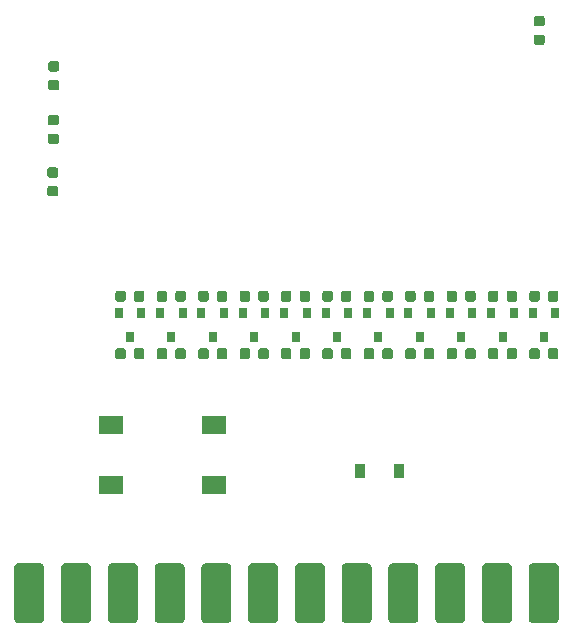
<source format=gbp>
G04 #@! TF.GenerationSoftware,KiCad,Pcbnew,5.0.2+dfsg1-1*
G04 #@! TF.CreationDate,2021-03-27T14:43:42+01:00*
G04 #@! TF.ProjectId,WiC64_Plugin,57694336-345f-4506-9c75-67696e2e6b69,v0.6*
G04 #@! TF.SameCoordinates,Original*
G04 #@! TF.FileFunction,Paste,Bot*
G04 #@! TF.FilePolarity,Positive*
%FSLAX46Y46*%
G04 Gerber Fmt 4.6, Leading zero omitted, Abs format (unit mm)*
G04 Created by KiCad (PCBNEW 5.0.2+dfsg1-1) date Sa 27 Mär 2021 14:43:42 CET*
%MOMM*%
%LPD*%
G01*
G04 APERTURE LIST*
%ADD10R,0.800000X0.900000*%
%ADD11R,0.900000X1.200000*%
%ADD12C,0.100000*%
%ADD13C,2.540000*%
%ADD14R,2.000000X1.500000*%
%ADD15C,0.875000*%
G04 APERTURE END LIST*
D10*
G04 #@! TO.C,Q11*
X135143200Y-113503200D03*
X137043200Y-113503200D03*
X136093200Y-115503200D03*
G04 #@! TD*
G04 #@! TO.C,Q3*
X164134800Y-115503200D03*
X165084800Y-113503200D03*
X163184800Y-113503200D03*
G04 #@! TD*
D11*
G04 #@! TO.C,D3*
X158850600Y-126873000D03*
X155550600Y-126873000D03*
G04 #@! TD*
D10*
G04 #@! TO.C,Q4*
X159679600Y-113503200D03*
X161579600Y-113503200D03*
X160629600Y-115503200D03*
G04 #@! TD*
G04 #@! TO.C,Q1*
X171145200Y-115503200D03*
X172095200Y-113503200D03*
X170195200Y-113503200D03*
G04 #@! TD*
G04 #@! TO.C,Q5*
X156174400Y-113503200D03*
X158074400Y-113503200D03*
X157124400Y-115503200D03*
G04 #@! TD*
G04 #@! TO.C,Q2*
X167640000Y-115503200D03*
X168590000Y-113503200D03*
X166690000Y-113503200D03*
G04 #@! TD*
G04 #@! TO.C,Q6*
X152669200Y-113503200D03*
X154569200Y-113503200D03*
X153619200Y-115503200D03*
G04 #@! TD*
G04 #@! TO.C,Q9*
X142153600Y-113503200D03*
X144053600Y-113503200D03*
X143103600Y-115503200D03*
G04 #@! TD*
G04 #@! TO.C,Q7*
X150114000Y-115503200D03*
X151064000Y-113503200D03*
X149164000Y-113503200D03*
G04 #@! TD*
G04 #@! TO.C,Q8*
X146608800Y-115503200D03*
X147558800Y-113503200D03*
X145658800Y-113503200D03*
G04 #@! TD*
G04 #@! TO.C,Q10*
X138648400Y-113503200D03*
X140548400Y-113503200D03*
X139598400Y-115503200D03*
G04 #@! TD*
D12*
G04 #@! TO.C,CN1*
G36*
X172057145Y-134672635D02*
X172094129Y-134678121D01*
X172130398Y-134687206D01*
X172165602Y-134699802D01*
X172199402Y-134715788D01*
X172231472Y-134735010D01*
X172261504Y-134757283D01*
X172289208Y-134782392D01*
X172314317Y-134810096D01*
X172336590Y-134840128D01*
X172355812Y-134872198D01*
X172371798Y-134905998D01*
X172384394Y-134941202D01*
X172393479Y-134977471D01*
X172398965Y-135014455D01*
X172400800Y-135051800D01*
X172400800Y-139369800D01*
X172398965Y-139407145D01*
X172393479Y-139444129D01*
X172384394Y-139480398D01*
X172371798Y-139515602D01*
X172355812Y-139549402D01*
X172336590Y-139581472D01*
X172314317Y-139611504D01*
X172289208Y-139639208D01*
X172261504Y-139664317D01*
X172231472Y-139686590D01*
X172199402Y-139705812D01*
X172165602Y-139721798D01*
X172130398Y-139734394D01*
X172094129Y-139743479D01*
X172057145Y-139748965D01*
X172019800Y-139750800D01*
X170241800Y-139750800D01*
X170204455Y-139748965D01*
X170167471Y-139743479D01*
X170131202Y-139734394D01*
X170095998Y-139721798D01*
X170062198Y-139705812D01*
X170030128Y-139686590D01*
X170000096Y-139664317D01*
X169972392Y-139639208D01*
X169947283Y-139611504D01*
X169925010Y-139581472D01*
X169905788Y-139549402D01*
X169889802Y-139515602D01*
X169877206Y-139480398D01*
X169868121Y-139444129D01*
X169862635Y-139407145D01*
X169860800Y-139369800D01*
X169860800Y-135051800D01*
X169862635Y-135014455D01*
X169868121Y-134977471D01*
X169877206Y-134941202D01*
X169889802Y-134905998D01*
X169905788Y-134872198D01*
X169925010Y-134840128D01*
X169947283Y-134810096D01*
X169972392Y-134782392D01*
X170000096Y-134757283D01*
X170030128Y-134735010D01*
X170062198Y-134715788D01*
X170095998Y-134699802D01*
X170131202Y-134687206D01*
X170167471Y-134678121D01*
X170204455Y-134672635D01*
X170241800Y-134670800D01*
X172019800Y-134670800D01*
X172057145Y-134672635D01*
X172057145Y-134672635D01*
G37*
D13*
X171130800Y-137210800D03*
D12*
G36*
X168097145Y-134672635D02*
X168134129Y-134678121D01*
X168170398Y-134687206D01*
X168205602Y-134699802D01*
X168239402Y-134715788D01*
X168271472Y-134735010D01*
X168301504Y-134757283D01*
X168329208Y-134782392D01*
X168354317Y-134810096D01*
X168376590Y-134840128D01*
X168395812Y-134872198D01*
X168411798Y-134905998D01*
X168424394Y-134941202D01*
X168433479Y-134977471D01*
X168438965Y-135014455D01*
X168440800Y-135051800D01*
X168440800Y-139369800D01*
X168438965Y-139407145D01*
X168433479Y-139444129D01*
X168424394Y-139480398D01*
X168411798Y-139515602D01*
X168395812Y-139549402D01*
X168376590Y-139581472D01*
X168354317Y-139611504D01*
X168329208Y-139639208D01*
X168301504Y-139664317D01*
X168271472Y-139686590D01*
X168239402Y-139705812D01*
X168205602Y-139721798D01*
X168170398Y-139734394D01*
X168134129Y-139743479D01*
X168097145Y-139748965D01*
X168059800Y-139750800D01*
X166281800Y-139750800D01*
X166244455Y-139748965D01*
X166207471Y-139743479D01*
X166171202Y-139734394D01*
X166135998Y-139721798D01*
X166102198Y-139705812D01*
X166070128Y-139686590D01*
X166040096Y-139664317D01*
X166012392Y-139639208D01*
X165987283Y-139611504D01*
X165965010Y-139581472D01*
X165945788Y-139549402D01*
X165929802Y-139515602D01*
X165917206Y-139480398D01*
X165908121Y-139444129D01*
X165902635Y-139407145D01*
X165900800Y-139369800D01*
X165900800Y-135051800D01*
X165902635Y-135014455D01*
X165908121Y-134977471D01*
X165917206Y-134941202D01*
X165929802Y-134905998D01*
X165945788Y-134872198D01*
X165965010Y-134840128D01*
X165987283Y-134810096D01*
X166012392Y-134782392D01*
X166040096Y-134757283D01*
X166070128Y-134735010D01*
X166102198Y-134715788D01*
X166135998Y-134699802D01*
X166171202Y-134687206D01*
X166207471Y-134678121D01*
X166244455Y-134672635D01*
X166281800Y-134670800D01*
X168059800Y-134670800D01*
X168097145Y-134672635D01*
X168097145Y-134672635D01*
G37*
D13*
X167170800Y-137210800D03*
D12*
G36*
X164137145Y-134672635D02*
X164174129Y-134678121D01*
X164210398Y-134687206D01*
X164245602Y-134699802D01*
X164279402Y-134715788D01*
X164311472Y-134735010D01*
X164341504Y-134757283D01*
X164369208Y-134782392D01*
X164394317Y-134810096D01*
X164416590Y-134840128D01*
X164435812Y-134872198D01*
X164451798Y-134905998D01*
X164464394Y-134941202D01*
X164473479Y-134977471D01*
X164478965Y-135014455D01*
X164480800Y-135051800D01*
X164480800Y-139369800D01*
X164478965Y-139407145D01*
X164473479Y-139444129D01*
X164464394Y-139480398D01*
X164451798Y-139515602D01*
X164435812Y-139549402D01*
X164416590Y-139581472D01*
X164394317Y-139611504D01*
X164369208Y-139639208D01*
X164341504Y-139664317D01*
X164311472Y-139686590D01*
X164279402Y-139705812D01*
X164245602Y-139721798D01*
X164210398Y-139734394D01*
X164174129Y-139743479D01*
X164137145Y-139748965D01*
X164099800Y-139750800D01*
X162321800Y-139750800D01*
X162284455Y-139748965D01*
X162247471Y-139743479D01*
X162211202Y-139734394D01*
X162175998Y-139721798D01*
X162142198Y-139705812D01*
X162110128Y-139686590D01*
X162080096Y-139664317D01*
X162052392Y-139639208D01*
X162027283Y-139611504D01*
X162005010Y-139581472D01*
X161985788Y-139549402D01*
X161969802Y-139515602D01*
X161957206Y-139480398D01*
X161948121Y-139444129D01*
X161942635Y-139407145D01*
X161940800Y-139369800D01*
X161940800Y-135051800D01*
X161942635Y-135014455D01*
X161948121Y-134977471D01*
X161957206Y-134941202D01*
X161969802Y-134905998D01*
X161985788Y-134872198D01*
X162005010Y-134840128D01*
X162027283Y-134810096D01*
X162052392Y-134782392D01*
X162080096Y-134757283D01*
X162110128Y-134735010D01*
X162142198Y-134715788D01*
X162175998Y-134699802D01*
X162211202Y-134687206D01*
X162247471Y-134678121D01*
X162284455Y-134672635D01*
X162321800Y-134670800D01*
X164099800Y-134670800D01*
X164137145Y-134672635D01*
X164137145Y-134672635D01*
G37*
D13*
X163210800Y-137210800D03*
D12*
G36*
X160177145Y-134672635D02*
X160214129Y-134678121D01*
X160250398Y-134687206D01*
X160285602Y-134699802D01*
X160319402Y-134715788D01*
X160351472Y-134735010D01*
X160381504Y-134757283D01*
X160409208Y-134782392D01*
X160434317Y-134810096D01*
X160456590Y-134840128D01*
X160475812Y-134872198D01*
X160491798Y-134905998D01*
X160504394Y-134941202D01*
X160513479Y-134977471D01*
X160518965Y-135014455D01*
X160520800Y-135051800D01*
X160520800Y-139369800D01*
X160518965Y-139407145D01*
X160513479Y-139444129D01*
X160504394Y-139480398D01*
X160491798Y-139515602D01*
X160475812Y-139549402D01*
X160456590Y-139581472D01*
X160434317Y-139611504D01*
X160409208Y-139639208D01*
X160381504Y-139664317D01*
X160351472Y-139686590D01*
X160319402Y-139705812D01*
X160285602Y-139721798D01*
X160250398Y-139734394D01*
X160214129Y-139743479D01*
X160177145Y-139748965D01*
X160139800Y-139750800D01*
X158361800Y-139750800D01*
X158324455Y-139748965D01*
X158287471Y-139743479D01*
X158251202Y-139734394D01*
X158215998Y-139721798D01*
X158182198Y-139705812D01*
X158150128Y-139686590D01*
X158120096Y-139664317D01*
X158092392Y-139639208D01*
X158067283Y-139611504D01*
X158045010Y-139581472D01*
X158025788Y-139549402D01*
X158009802Y-139515602D01*
X157997206Y-139480398D01*
X157988121Y-139444129D01*
X157982635Y-139407145D01*
X157980800Y-139369800D01*
X157980800Y-135051800D01*
X157982635Y-135014455D01*
X157988121Y-134977471D01*
X157997206Y-134941202D01*
X158009802Y-134905998D01*
X158025788Y-134872198D01*
X158045010Y-134840128D01*
X158067283Y-134810096D01*
X158092392Y-134782392D01*
X158120096Y-134757283D01*
X158150128Y-134735010D01*
X158182198Y-134715788D01*
X158215998Y-134699802D01*
X158251202Y-134687206D01*
X158287471Y-134678121D01*
X158324455Y-134672635D01*
X158361800Y-134670800D01*
X160139800Y-134670800D01*
X160177145Y-134672635D01*
X160177145Y-134672635D01*
G37*
D13*
X159250800Y-137210800D03*
D12*
G36*
X156217145Y-134672635D02*
X156254129Y-134678121D01*
X156290398Y-134687206D01*
X156325602Y-134699802D01*
X156359402Y-134715788D01*
X156391472Y-134735010D01*
X156421504Y-134757283D01*
X156449208Y-134782392D01*
X156474317Y-134810096D01*
X156496590Y-134840128D01*
X156515812Y-134872198D01*
X156531798Y-134905998D01*
X156544394Y-134941202D01*
X156553479Y-134977471D01*
X156558965Y-135014455D01*
X156560800Y-135051800D01*
X156560800Y-139369800D01*
X156558965Y-139407145D01*
X156553479Y-139444129D01*
X156544394Y-139480398D01*
X156531798Y-139515602D01*
X156515812Y-139549402D01*
X156496590Y-139581472D01*
X156474317Y-139611504D01*
X156449208Y-139639208D01*
X156421504Y-139664317D01*
X156391472Y-139686590D01*
X156359402Y-139705812D01*
X156325602Y-139721798D01*
X156290398Y-139734394D01*
X156254129Y-139743479D01*
X156217145Y-139748965D01*
X156179800Y-139750800D01*
X154401800Y-139750800D01*
X154364455Y-139748965D01*
X154327471Y-139743479D01*
X154291202Y-139734394D01*
X154255998Y-139721798D01*
X154222198Y-139705812D01*
X154190128Y-139686590D01*
X154160096Y-139664317D01*
X154132392Y-139639208D01*
X154107283Y-139611504D01*
X154085010Y-139581472D01*
X154065788Y-139549402D01*
X154049802Y-139515602D01*
X154037206Y-139480398D01*
X154028121Y-139444129D01*
X154022635Y-139407145D01*
X154020800Y-139369800D01*
X154020800Y-135051800D01*
X154022635Y-135014455D01*
X154028121Y-134977471D01*
X154037206Y-134941202D01*
X154049802Y-134905998D01*
X154065788Y-134872198D01*
X154085010Y-134840128D01*
X154107283Y-134810096D01*
X154132392Y-134782392D01*
X154160096Y-134757283D01*
X154190128Y-134735010D01*
X154222198Y-134715788D01*
X154255998Y-134699802D01*
X154291202Y-134687206D01*
X154327471Y-134678121D01*
X154364455Y-134672635D01*
X154401800Y-134670800D01*
X156179800Y-134670800D01*
X156217145Y-134672635D01*
X156217145Y-134672635D01*
G37*
D13*
X155290800Y-137210800D03*
D12*
G36*
X152257145Y-134672635D02*
X152294129Y-134678121D01*
X152330398Y-134687206D01*
X152365602Y-134699802D01*
X152399402Y-134715788D01*
X152431472Y-134735010D01*
X152461504Y-134757283D01*
X152489208Y-134782392D01*
X152514317Y-134810096D01*
X152536590Y-134840128D01*
X152555812Y-134872198D01*
X152571798Y-134905998D01*
X152584394Y-134941202D01*
X152593479Y-134977471D01*
X152598965Y-135014455D01*
X152600800Y-135051800D01*
X152600800Y-139369800D01*
X152598965Y-139407145D01*
X152593479Y-139444129D01*
X152584394Y-139480398D01*
X152571798Y-139515602D01*
X152555812Y-139549402D01*
X152536590Y-139581472D01*
X152514317Y-139611504D01*
X152489208Y-139639208D01*
X152461504Y-139664317D01*
X152431472Y-139686590D01*
X152399402Y-139705812D01*
X152365602Y-139721798D01*
X152330398Y-139734394D01*
X152294129Y-139743479D01*
X152257145Y-139748965D01*
X152219800Y-139750800D01*
X150441800Y-139750800D01*
X150404455Y-139748965D01*
X150367471Y-139743479D01*
X150331202Y-139734394D01*
X150295998Y-139721798D01*
X150262198Y-139705812D01*
X150230128Y-139686590D01*
X150200096Y-139664317D01*
X150172392Y-139639208D01*
X150147283Y-139611504D01*
X150125010Y-139581472D01*
X150105788Y-139549402D01*
X150089802Y-139515602D01*
X150077206Y-139480398D01*
X150068121Y-139444129D01*
X150062635Y-139407145D01*
X150060800Y-139369800D01*
X150060800Y-135051800D01*
X150062635Y-135014455D01*
X150068121Y-134977471D01*
X150077206Y-134941202D01*
X150089802Y-134905998D01*
X150105788Y-134872198D01*
X150125010Y-134840128D01*
X150147283Y-134810096D01*
X150172392Y-134782392D01*
X150200096Y-134757283D01*
X150230128Y-134735010D01*
X150262198Y-134715788D01*
X150295998Y-134699802D01*
X150331202Y-134687206D01*
X150367471Y-134678121D01*
X150404455Y-134672635D01*
X150441800Y-134670800D01*
X152219800Y-134670800D01*
X152257145Y-134672635D01*
X152257145Y-134672635D01*
G37*
D13*
X151330800Y-137210800D03*
D12*
G36*
X148297145Y-134672635D02*
X148334129Y-134678121D01*
X148370398Y-134687206D01*
X148405602Y-134699802D01*
X148439402Y-134715788D01*
X148471472Y-134735010D01*
X148501504Y-134757283D01*
X148529208Y-134782392D01*
X148554317Y-134810096D01*
X148576590Y-134840128D01*
X148595812Y-134872198D01*
X148611798Y-134905998D01*
X148624394Y-134941202D01*
X148633479Y-134977471D01*
X148638965Y-135014455D01*
X148640800Y-135051800D01*
X148640800Y-139369800D01*
X148638965Y-139407145D01*
X148633479Y-139444129D01*
X148624394Y-139480398D01*
X148611798Y-139515602D01*
X148595812Y-139549402D01*
X148576590Y-139581472D01*
X148554317Y-139611504D01*
X148529208Y-139639208D01*
X148501504Y-139664317D01*
X148471472Y-139686590D01*
X148439402Y-139705812D01*
X148405602Y-139721798D01*
X148370398Y-139734394D01*
X148334129Y-139743479D01*
X148297145Y-139748965D01*
X148259800Y-139750800D01*
X146481800Y-139750800D01*
X146444455Y-139748965D01*
X146407471Y-139743479D01*
X146371202Y-139734394D01*
X146335998Y-139721798D01*
X146302198Y-139705812D01*
X146270128Y-139686590D01*
X146240096Y-139664317D01*
X146212392Y-139639208D01*
X146187283Y-139611504D01*
X146165010Y-139581472D01*
X146145788Y-139549402D01*
X146129802Y-139515602D01*
X146117206Y-139480398D01*
X146108121Y-139444129D01*
X146102635Y-139407145D01*
X146100800Y-139369800D01*
X146100800Y-135051800D01*
X146102635Y-135014455D01*
X146108121Y-134977471D01*
X146117206Y-134941202D01*
X146129802Y-134905998D01*
X146145788Y-134872198D01*
X146165010Y-134840128D01*
X146187283Y-134810096D01*
X146212392Y-134782392D01*
X146240096Y-134757283D01*
X146270128Y-134735010D01*
X146302198Y-134715788D01*
X146335998Y-134699802D01*
X146371202Y-134687206D01*
X146407471Y-134678121D01*
X146444455Y-134672635D01*
X146481800Y-134670800D01*
X148259800Y-134670800D01*
X148297145Y-134672635D01*
X148297145Y-134672635D01*
G37*
D13*
X147370800Y-137210800D03*
D12*
G36*
X144337145Y-134672635D02*
X144374129Y-134678121D01*
X144410398Y-134687206D01*
X144445602Y-134699802D01*
X144479402Y-134715788D01*
X144511472Y-134735010D01*
X144541504Y-134757283D01*
X144569208Y-134782392D01*
X144594317Y-134810096D01*
X144616590Y-134840128D01*
X144635812Y-134872198D01*
X144651798Y-134905998D01*
X144664394Y-134941202D01*
X144673479Y-134977471D01*
X144678965Y-135014455D01*
X144680800Y-135051800D01*
X144680800Y-139369800D01*
X144678965Y-139407145D01*
X144673479Y-139444129D01*
X144664394Y-139480398D01*
X144651798Y-139515602D01*
X144635812Y-139549402D01*
X144616590Y-139581472D01*
X144594317Y-139611504D01*
X144569208Y-139639208D01*
X144541504Y-139664317D01*
X144511472Y-139686590D01*
X144479402Y-139705812D01*
X144445602Y-139721798D01*
X144410398Y-139734394D01*
X144374129Y-139743479D01*
X144337145Y-139748965D01*
X144299800Y-139750800D01*
X142521800Y-139750800D01*
X142484455Y-139748965D01*
X142447471Y-139743479D01*
X142411202Y-139734394D01*
X142375998Y-139721798D01*
X142342198Y-139705812D01*
X142310128Y-139686590D01*
X142280096Y-139664317D01*
X142252392Y-139639208D01*
X142227283Y-139611504D01*
X142205010Y-139581472D01*
X142185788Y-139549402D01*
X142169802Y-139515602D01*
X142157206Y-139480398D01*
X142148121Y-139444129D01*
X142142635Y-139407145D01*
X142140800Y-139369800D01*
X142140800Y-135051800D01*
X142142635Y-135014455D01*
X142148121Y-134977471D01*
X142157206Y-134941202D01*
X142169802Y-134905998D01*
X142185788Y-134872198D01*
X142205010Y-134840128D01*
X142227283Y-134810096D01*
X142252392Y-134782392D01*
X142280096Y-134757283D01*
X142310128Y-134735010D01*
X142342198Y-134715788D01*
X142375998Y-134699802D01*
X142411202Y-134687206D01*
X142447471Y-134678121D01*
X142484455Y-134672635D01*
X142521800Y-134670800D01*
X144299800Y-134670800D01*
X144337145Y-134672635D01*
X144337145Y-134672635D01*
G37*
D13*
X143410800Y-137210800D03*
D12*
G36*
X140377145Y-134672635D02*
X140414129Y-134678121D01*
X140450398Y-134687206D01*
X140485602Y-134699802D01*
X140519402Y-134715788D01*
X140551472Y-134735010D01*
X140581504Y-134757283D01*
X140609208Y-134782392D01*
X140634317Y-134810096D01*
X140656590Y-134840128D01*
X140675812Y-134872198D01*
X140691798Y-134905998D01*
X140704394Y-134941202D01*
X140713479Y-134977471D01*
X140718965Y-135014455D01*
X140720800Y-135051800D01*
X140720800Y-139369800D01*
X140718965Y-139407145D01*
X140713479Y-139444129D01*
X140704394Y-139480398D01*
X140691798Y-139515602D01*
X140675812Y-139549402D01*
X140656590Y-139581472D01*
X140634317Y-139611504D01*
X140609208Y-139639208D01*
X140581504Y-139664317D01*
X140551472Y-139686590D01*
X140519402Y-139705812D01*
X140485602Y-139721798D01*
X140450398Y-139734394D01*
X140414129Y-139743479D01*
X140377145Y-139748965D01*
X140339800Y-139750800D01*
X138561800Y-139750800D01*
X138524455Y-139748965D01*
X138487471Y-139743479D01*
X138451202Y-139734394D01*
X138415998Y-139721798D01*
X138382198Y-139705812D01*
X138350128Y-139686590D01*
X138320096Y-139664317D01*
X138292392Y-139639208D01*
X138267283Y-139611504D01*
X138245010Y-139581472D01*
X138225788Y-139549402D01*
X138209802Y-139515602D01*
X138197206Y-139480398D01*
X138188121Y-139444129D01*
X138182635Y-139407145D01*
X138180800Y-139369800D01*
X138180800Y-135051800D01*
X138182635Y-135014455D01*
X138188121Y-134977471D01*
X138197206Y-134941202D01*
X138209802Y-134905998D01*
X138225788Y-134872198D01*
X138245010Y-134840128D01*
X138267283Y-134810096D01*
X138292392Y-134782392D01*
X138320096Y-134757283D01*
X138350128Y-134735010D01*
X138382198Y-134715788D01*
X138415998Y-134699802D01*
X138451202Y-134687206D01*
X138487471Y-134678121D01*
X138524455Y-134672635D01*
X138561800Y-134670800D01*
X140339800Y-134670800D01*
X140377145Y-134672635D01*
X140377145Y-134672635D01*
G37*
D13*
X139450800Y-137210800D03*
D12*
G36*
X136417145Y-134672635D02*
X136454129Y-134678121D01*
X136490398Y-134687206D01*
X136525602Y-134699802D01*
X136559402Y-134715788D01*
X136591472Y-134735010D01*
X136621504Y-134757283D01*
X136649208Y-134782392D01*
X136674317Y-134810096D01*
X136696590Y-134840128D01*
X136715812Y-134872198D01*
X136731798Y-134905998D01*
X136744394Y-134941202D01*
X136753479Y-134977471D01*
X136758965Y-135014455D01*
X136760800Y-135051800D01*
X136760800Y-139369800D01*
X136758965Y-139407145D01*
X136753479Y-139444129D01*
X136744394Y-139480398D01*
X136731798Y-139515602D01*
X136715812Y-139549402D01*
X136696590Y-139581472D01*
X136674317Y-139611504D01*
X136649208Y-139639208D01*
X136621504Y-139664317D01*
X136591472Y-139686590D01*
X136559402Y-139705812D01*
X136525602Y-139721798D01*
X136490398Y-139734394D01*
X136454129Y-139743479D01*
X136417145Y-139748965D01*
X136379800Y-139750800D01*
X134601800Y-139750800D01*
X134564455Y-139748965D01*
X134527471Y-139743479D01*
X134491202Y-139734394D01*
X134455998Y-139721798D01*
X134422198Y-139705812D01*
X134390128Y-139686590D01*
X134360096Y-139664317D01*
X134332392Y-139639208D01*
X134307283Y-139611504D01*
X134285010Y-139581472D01*
X134265788Y-139549402D01*
X134249802Y-139515602D01*
X134237206Y-139480398D01*
X134228121Y-139444129D01*
X134222635Y-139407145D01*
X134220800Y-139369800D01*
X134220800Y-135051800D01*
X134222635Y-135014455D01*
X134228121Y-134977471D01*
X134237206Y-134941202D01*
X134249802Y-134905998D01*
X134265788Y-134872198D01*
X134285010Y-134840128D01*
X134307283Y-134810096D01*
X134332392Y-134782392D01*
X134360096Y-134757283D01*
X134390128Y-134735010D01*
X134422198Y-134715788D01*
X134455998Y-134699802D01*
X134491202Y-134687206D01*
X134527471Y-134678121D01*
X134564455Y-134672635D01*
X134601800Y-134670800D01*
X136379800Y-134670800D01*
X136417145Y-134672635D01*
X136417145Y-134672635D01*
G37*
D13*
X135490800Y-137210800D03*
D12*
G36*
X132457145Y-134672635D02*
X132494129Y-134678121D01*
X132530398Y-134687206D01*
X132565602Y-134699802D01*
X132599402Y-134715788D01*
X132631472Y-134735010D01*
X132661504Y-134757283D01*
X132689208Y-134782392D01*
X132714317Y-134810096D01*
X132736590Y-134840128D01*
X132755812Y-134872198D01*
X132771798Y-134905998D01*
X132784394Y-134941202D01*
X132793479Y-134977471D01*
X132798965Y-135014455D01*
X132800800Y-135051800D01*
X132800800Y-139369800D01*
X132798965Y-139407145D01*
X132793479Y-139444129D01*
X132784394Y-139480398D01*
X132771798Y-139515602D01*
X132755812Y-139549402D01*
X132736590Y-139581472D01*
X132714317Y-139611504D01*
X132689208Y-139639208D01*
X132661504Y-139664317D01*
X132631472Y-139686590D01*
X132599402Y-139705812D01*
X132565602Y-139721798D01*
X132530398Y-139734394D01*
X132494129Y-139743479D01*
X132457145Y-139748965D01*
X132419800Y-139750800D01*
X130641800Y-139750800D01*
X130604455Y-139748965D01*
X130567471Y-139743479D01*
X130531202Y-139734394D01*
X130495998Y-139721798D01*
X130462198Y-139705812D01*
X130430128Y-139686590D01*
X130400096Y-139664317D01*
X130372392Y-139639208D01*
X130347283Y-139611504D01*
X130325010Y-139581472D01*
X130305788Y-139549402D01*
X130289802Y-139515602D01*
X130277206Y-139480398D01*
X130268121Y-139444129D01*
X130262635Y-139407145D01*
X130260800Y-139369800D01*
X130260800Y-135051800D01*
X130262635Y-135014455D01*
X130268121Y-134977471D01*
X130277206Y-134941202D01*
X130289802Y-134905998D01*
X130305788Y-134872198D01*
X130325010Y-134840128D01*
X130347283Y-134810096D01*
X130372392Y-134782392D01*
X130400096Y-134757283D01*
X130430128Y-134735010D01*
X130462198Y-134715788D01*
X130495998Y-134699802D01*
X130531202Y-134687206D01*
X130567471Y-134678121D01*
X130604455Y-134672635D01*
X130641800Y-134670800D01*
X132419800Y-134670800D01*
X132457145Y-134672635D01*
X132457145Y-134672635D01*
G37*
D13*
X131530800Y-137210800D03*
D12*
G36*
X128497145Y-134672635D02*
X128534129Y-134678121D01*
X128570398Y-134687206D01*
X128605602Y-134699802D01*
X128639402Y-134715788D01*
X128671472Y-134735010D01*
X128701504Y-134757283D01*
X128729208Y-134782392D01*
X128754317Y-134810096D01*
X128776590Y-134840128D01*
X128795812Y-134872198D01*
X128811798Y-134905998D01*
X128824394Y-134941202D01*
X128833479Y-134977471D01*
X128838965Y-135014455D01*
X128840800Y-135051800D01*
X128840800Y-139369800D01*
X128838965Y-139407145D01*
X128833479Y-139444129D01*
X128824394Y-139480398D01*
X128811798Y-139515602D01*
X128795812Y-139549402D01*
X128776590Y-139581472D01*
X128754317Y-139611504D01*
X128729208Y-139639208D01*
X128701504Y-139664317D01*
X128671472Y-139686590D01*
X128639402Y-139705812D01*
X128605602Y-139721798D01*
X128570398Y-139734394D01*
X128534129Y-139743479D01*
X128497145Y-139748965D01*
X128459800Y-139750800D01*
X126681800Y-139750800D01*
X126644455Y-139748965D01*
X126607471Y-139743479D01*
X126571202Y-139734394D01*
X126535998Y-139721798D01*
X126502198Y-139705812D01*
X126470128Y-139686590D01*
X126440096Y-139664317D01*
X126412392Y-139639208D01*
X126387283Y-139611504D01*
X126365010Y-139581472D01*
X126345788Y-139549402D01*
X126329802Y-139515602D01*
X126317206Y-139480398D01*
X126308121Y-139444129D01*
X126302635Y-139407145D01*
X126300800Y-139369800D01*
X126300800Y-135051800D01*
X126302635Y-135014455D01*
X126308121Y-134977471D01*
X126317206Y-134941202D01*
X126329802Y-134905998D01*
X126345788Y-134872198D01*
X126365010Y-134840128D01*
X126387283Y-134810096D01*
X126412392Y-134782392D01*
X126440096Y-134757283D01*
X126470128Y-134735010D01*
X126502198Y-134715788D01*
X126535998Y-134699802D01*
X126571202Y-134687206D01*
X126607471Y-134678121D01*
X126644455Y-134672635D01*
X126681800Y-134670800D01*
X128459800Y-134670800D01*
X128497145Y-134672635D01*
X128497145Y-134672635D01*
G37*
D13*
X127570800Y-137210800D03*
G04 #@! TD*
D14*
G04 #@! TO.C,D4*
X134466400Y-122951400D03*
X134466400Y-128051400D03*
X143206400Y-128051400D03*
X143206400Y-122951400D03*
G04 #@! TD*
D12*
G04 #@! TO.C,R1*
G36*
X170597891Y-111590853D02*
X170619126Y-111594003D01*
X170639950Y-111599219D01*
X170660162Y-111606451D01*
X170679568Y-111615630D01*
X170697981Y-111626666D01*
X170715224Y-111639454D01*
X170731130Y-111653870D01*
X170745546Y-111669776D01*
X170758334Y-111687019D01*
X170769370Y-111705432D01*
X170778549Y-111724838D01*
X170785781Y-111745050D01*
X170790997Y-111765874D01*
X170794147Y-111787109D01*
X170795200Y-111808550D01*
X170795200Y-112321050D01*
X170794147Y-112342491D01*
X170790997Y-112363726D01*
X170785781Y-112384550D01*
X170778549Y-112404762D01*
X170769370Y-112424168D01*
X170758334Y-112442581D01*
X170745546Y-112459824D01*
X170731130Y-112475730D01*
X170715224Y-112490146D01*
X170697981Y-112502934D01*
X170679568Y-112513970D01*
X170660162Y-112523149D01*
X170639950Y-112530381D01*
X170619126Y-112535597D01*
X170597891Y-112538747D01*
X170576450Y-112539800D01*
X170138950Y-112539800D01*
X170117509Y-112538747D01*
X170096274Y-112535597D01*
X170075450Y-112530381D01*
X170055238Y-112523149D01*
X170035832Y-112513970D01*
X170017419Y-112502934D01*
X170000176Y-112490146D01*
X169984270Y-112475730D01*
X169969854Y-112459824D01*
X169957066Y-112442581D01*
X169946030Y-112424168D01*
X169936851Y-112404762D01*
X169929619Y-112384550D01*
X169924403Y-112363726D01*
X169921253Y-112342491D01*
X169920200Y-112321050D01*
X169920200Y-111808550D01*
X169921253Y-111787109D01*
X169924403Y-111765874D01*
X169929619Y-111745050D01*
X169936851Y-111724838D01*
X169946030Y-111705432D01*
X169957066Y-111687019D01*
X169969854Y-111669776D01*
X169984270Y-111653870D01*
X170000176Y-111639454D01*
X170017419Y-111626666D01*
X170035832Y-111615630D01*
X170055238Y-111606451D01*
X170075450Y-111599219D01*
X170096274Y-111594003D01*
X170117509Y-111590853D01*
X170138950Y-111589800D01*
X170576450Y-111589800D01*
X170597891Y-111590853D01*
X170597891Y-111590853D01*
G37*
D15*
X170357700Y-112064800D03*
D12*
G36*
X172172891Y-111590853D02*
X172194126Y-111594003D01*
X172214950Y-111599219D01*
X172235162Y-111606451D01*
X172254568Y-111615630D01*
X172272981Y-111626666D01*
X172290224Y-111639454D01*
X172306130Y-111653870D01*
X172320546Y-111669776D01*
X172333334Y-111687019D01*
X172344370Y-111705432D01*
X172353549Y-111724838D01*
X172360781Y-111745050D01*
X172365997Y-111765874D01*
X172369147Y-111787109D01*
X172370200Y-111808550D01*
X172370200Y-112321050D01*
X172369147Y-112342491D01*
X172365997Y-112363726D01*
X172360781Y-112384550D01*
X172353549Y-112404762D01*
X172344370Y-112424168D01*
X172333334Y-112442581D01*
X172320546Y-112459824D01*
X172306130Y-112475730D01*
X172290224Y-112490146D01*
X172272981Y-112502934D01*
X172254568Y-112513970D01*
X172235162Y-112523149D01*
X172214950Y-112530381D01*
X172194126Y-112535597D01*
X172172891Y-112538747D01*
X172151450Y-112539800D01*
X171713950Y-112539800D01*
X171692509Y-112538747D01*
X171671274Y-112535597D01*
X171650450Y-112530381D01*
X171630238Y-112523149D01*
X171610832Y-112513970D01*
X171592419Y-112502934D01*
X171575176Y-112490146D01*
X171559270Y-112475730D01*
X171544854Y-112459824D01*
X171532066Y-112442581D01*
X171521030Y-112424168D01*
X171511851Y-112404762D01*
X171504619Y-112384550D01*
X171499403Y-112363726D01*
X171496253Y-112342491D01*
X171495200Y-112321050D01*
X171495200Y-111808550D01*
X171496253Y-111787109D01*
X171499403Y-111765874D01*
X171504619Y-111745050D01*
X171511851Y-111724838D01*
X171521030Y-111705432D01*
X171532066Y-111687019D01*
X171544854Y-111669776D01*
X171559270Y-111653870D01*
X171575176Y-111639454D01*
X171592419Y-111626666D01*
X171610832Y-111615630D01*
X171630238Y-111606451D01*
X171650450Y-111599219D01*
X171671274Y-111594003D01*
X171692509Y-111590853D01*
X171713950Y-111589800D01*
X172151450Y-111589800D01*
X172172891Y-111590853D01*
X172172891Y-111590853D01*
G37*
D15*
X171932700Y-112064800D03*
G04 #@! TD*
D12*
G04 #@! TO.C,R2*
G36*
X172172891Y-116467653D02*
X172194126Y-116470803D01*
X172214950Y-116476019D01*
X172235162Y-116483251D01*
X172254568Y-116492430D01*
X172272981Y-116503466D01*
X172290224Y-116516254D01*
X172306130Y-116530670D01*
X172320546Y-116546576D01*
X172333334Y-116563819D01*
X172344370Y-116582232D01*
X172353549Y-116601638D01*
X172360781Y-116621850D01*
X172365997Y-116642674D01*
X172369147Y-116663909D01*
X172370200Y-116685350D01*
X172370200Y-117197850D01*
X172369147Y-117219291D01*
X172365997Y-117240526D01*
X172360781Y-117261350D01*
X172353549Y-117281562D01*
X172344370Y-117300968D01*
X172333334Y-117319381D01*
X172320546Y-117336624D01*
X172306130Y-117352530D01*
X172290224Y-117366946D01*
X172272981Y-117379734D01*
X172254568Y-117390770D01*
X172235162Y-117399949D01*
X172214950Y-117407181D01*
X172194126Y-117412397D01*
X172172891Y-117415547D01*
X172151450Y-117416600D01*
X171713950Y-117416600D01*
X171692509Y-117415547D01*
X171671274Y-117412397D01*
X171650450Y-117407181D01*
X171630238Y-117399949D01*
X171610832Y-117390770D01*
X171592419Y-117379734D01*
X171575176Y-117366946D01*
X171559270Y-117352530D01*
X171544854Y-117336624D01*
X171532066Y-117319381D01*
X171521030Y-117300968D01*
X171511851Y-117281562D01*
X171504619Y-117261350D01*
X171499403Y-117240526D01*
X171496253Y-117219291D01*
X171495200Y-117197850D01*
X171495200Y-116685350D01*
X171496253Y-116663909D01*
X171499403Y-116642674D01*
X171504619Y-116621850D01*
X171511851Y-116601638D01*
X171521030Y-116582232D01*
X171532066Y-116563819D01*
X171544854Y-116546576D01*
X171559270Y-116530670D01*
X171575176Y-116516254D01*
X171592419Y-116503466D01*
X171610832Y-116492430D01*
X171630238Y-116483251D01*
X171650450Y-116476019D01*
X171671274Y-116470803D01*
X171692509Y-116467653D01*
X171713950Y-116466600D01*
X172151450Y-116466600D01*
X172172891Y-116467653D01*
X172172891Y-116467653D01*
G37*
D15*
X171932700Y-116941600D03*
D12*
G36*
X170597891Y-116467653D02*
X170619126Y-116470803D01*
X170639950Y-116476019D01*
X170660162Y-116483251D01*
X170679568Y-116492430D01*
X170697981Y-116503466D01*
X170715224Y-116516254D01*
X170731130Y-116530670D01*
X170745546Y-116546576D01*
X170758334Y-116563819D01*
X170769370Y-116582232D01*
X170778549Y-116601638D01*
X170785781Y-116621850D01*
X170790997Y-116642674D01*
X170794147Y-116663909D01*
X170795200Y-116685350D01*
X170795200Y-117197850D01*
X170794147Y-117219291D01*
X170790997Y-117240526D01*
X170785781Y-117261350D01*
X170778549Y-117281562D01*
X170769370Y-117300968D01*
X170758334Y-117319381D01*
X170745546Y-117336624D01*
X170731130Y-117352530D01*
X170715224Y-117366946D01*
X170697981Y-117379734D01*
X170679568Y-117390770D01*
X170660162Y-117399949D01*
X170639950Y-117407181D01*
X170619126Y-117412397D01*
X170597891Y-117415547D01*
X170576450Y-117416600D01*
X170138950Y-117416600D01*
X170117509Y-117415547D01*
X170096274Y-117412397D01*
X170075450Y-117407181D01*
X170055238Y-117399949D01*
X170035832Y-117390770D01*
X170017419Y-117379734D01*
X170000176Y-117366946D01*
X169984270Y-117352530D01*
X169969854Y-117336624D01*
X169957066Y-117319381D01*
X169946030Y-117300968D01*
X169936851Y-117281562D01*
X169929619Y-117261350D01*
X169924403Y-117240526D01*
X169921253Y-117219291D01*
X169920200Y-117197850D01*
X169920200Y-116685350D01*
X169921253Y-116663909D01*
X169924403Y-116642674D01*
X169929619Y-116621850D01*
X169936851Y-116601638D01*
X169946030Y-116582232D01*
X169957066Y-116563819D01*
X169969854Y-116546576D01*
X169984270Y-116530670D01*
X170000176Y-116516254D01*
X170017419Y-116503466D01*
X170035832Y-116492430D01*
X170055238Y-116483251D01*
X170075450Y-116476019D01*
X170096274Y-116470803D01*
X170117509Y-116467653D01*
X170138950Y-116466600D01*
X170576450Y-116466600D01*
X170597891Y-116467653D01*
X170597891Y-116467653D01*
G37*
D15*
X170357700Y-116941600D03*
G04 #@! TD*
D12*
G04 #@! TO.C,R3*
G36*
X167092691Y-111590853D02*
X167113926Y-111594003D01*
X167134750Y-111599219D01*
X167154962Y-111606451D01*
X167174368Y-111615630D01*
X167192781Y-111626666D01*
X167210024Y-111639454D01*
X167225930Y-111653870D01*
X167240346Y-111669776D01*
X167253134Y-111687019D01*
X167264170Y-111705432D01*
X167273349Y-111724838D01*
X167280581Y-111745050D01*
X167285797Y-111765874D01*
X167288947Y-111787109D01*
X167290000Y-111808550D01*
X167290000Y-112321050D01*
X167288947Y-112342491D01*
X167285797Y-112363726D01*
X167280581Y-112384550D01*
X167273349Y-112404762D01*
X167264170Y-112424168D01*
X167253134Y-112442581D01*
X167240346Y-112459824D01*
X167225930Y-112475730D01*
X167210024Y-112490146D01*
X167192781Y-112502934D01*
X167174368Y-112513970D01*
X167154962Y-112523149D01*
X167134750Y-112530381D01*
X167113926Y-112535597D01*
X167092691Y-112538747D01*
X167071250Y-112539800D01*
X166633750Y-112539800D01*
X166612309Y-112538747D01*
X166591074Y-112535597D01*
X166570250Y-112530381D01*
X166550038Y-112523149D01*
X166530632Y-112513970D01*
X166512219Y-112502934D01*
X166494976Y-112490146D01*
X166479070Y-112475730D01*
X166464654Y-112459824D01*
X166451866Y-112442581D01*
X166440830Y-112424168D01*
X166431651Y-112404762D01*
X166424419Y-112384550D01*
X166419203Y-112363726D01*
X166416053Y-112342491D01*
X166415000Y-112321050D01*
X166415000Y-111808550D01*
X166416053Y-111787109D01*
X166419203Y-111765874D01*
X166424419Y-111745050D01*
X166431651Y-111724838D01*
X166440830Y-111705432D01*
X166451866Y-111687019D01*
X166464654Y-111669776D01*
X166479070Y-111653870D01*
X166494976Y-111639454D01*
X166512219Y-111626666D01*
X166530632Y-111615630D01*
X166550038Y-111606451D01*
X166570250Y-111599219D01*
X166591074Y-111594003D01*
X166612309Y-111590853D01*
X166633750Y-111589800D01*
X167071250Y-111589800D01*
X167092691Y-111590853D01*
X167092691Y-111590853D01*
G37*
D15*
X166852500Y-112064800D03*
D12*
G36*
X168667691Y-111590853D02*
X168688926Y-111594003D01*
X168709750Y-111599219D01*
X168729962Y-111606451D01*
X168749368Y-111615630D01*
X168767781Y-111626666D01*
X168785024Y-111639454D01*
X168800930Y-111653870D01*
X168815346Y-111669776D01*
X168828134Y-111687019D01*
X168839170Y-111705432D01*
X168848349Y-111724838D01*
X168855581Y-111745050D01*
X168860797Y-111765874D01*
X168863947Y-111787109D01*
X168865000Y-111808550D01*
X168865000Y-112321050D01*
X168863947Y-112342491D01*
X168860797Y-112363726D01*
X168855581Y-112384550D01*
X168848349Y-112404762D01*
X168839170Y-112424168D01*
X168828134Y-112442581D01*
X168815346Y-112459824D01*
X168800930Y-112475730D01*
X168785024Y-112490146D01*
X168767781Y-112502934D01*
X168749368Y-112513970D01*
X168729962Y-112523149D01*
X168709750Y-112530381D01*
X168688926Y-112535597D01*
X168667691Y-112538747D01*
X168646250Y-112539800D01*
X168208750Y-112539800D01*
X168187309Y-112538747D01*
X168166074Y-112535597D01*
X168145250Y-112530381D01*
X168125038Y-112523149D01*
X168105632Y-112513970D01*
X168087219Y-112502934D01*
X168069976Y-112490146D01*
X168054070Y-112475730D01*
X168039654Y-112459824D01*
X168026866Y-112442581D01*
X168015830Y-112424168D01*
X168006651Y-112404762D01*
X167999419Y-112384550D01*
X167994203Y-112363726D01*
X167991053Y-112342491D01*
X167990000Y-112321050D01*
X167990000Y-111808550D01*
X167991053Y-111787109D01*
X167994203Y-111765874D01*
X167999419Y-111745050D01*
X168006651Y-111724838D01*
X168015830Y-111705432D01*
X168026866Y-111687019D01*
X168039654Y-111669776D01*
X168054070Y-111653870D01*
X168069976Y-111639454D01*
X168087219Y-111626666D01*
X168105632Y-111615630D01*
X168125038Y-111606451D01*
X168145250Y-111599219D01*
X168166074Y-111594003D01*
X168187309Y-111590853D01*
X168208750Y-111589800D01*
X168646250Y-111589800D01*
X168667691Y-111590853D01*
X168667691Y-111590853D01*
G37*
D15*
X168427500Y-112064800D03*
G04 #@! TD*
D12*
G04 #@! TO.C,R4*
G36*
X168667691Y-116467653D02*
X168688926Y-116470803D01*
X168709750Y-116476019D01*
X168729962Y-116483251D01*
X168749368Y-116492430D01*
X168767781Y-116503466D01*
X168785024Y-116516254D01*
X168800930Y-116530670D01*
X168815346Y-116546576D01*
X168828134Y-116563819D01*
X168839170Y-116582232D01*
X168848349Y-116601638D01*
X168855581Y-116621850D01*
X168860797Y-116642674D01*
X168863947Y-116663909D01*
X168865000Y-116685350D01*
X168865000Y-117197850D01*
X168863947Y-117219291D01*
X168860797Y-117240526D01*
X168855581Y-117261350D01*
X168848349Y-117281562D01*
X168839170Y-117300968D01*
X168828134Y-117319381D01*
X168815346Y-117336624D01*
X168800930Y-117352530D01*
X168785024Y-117366946D01*
X168767781Y-117379734D01*
X168749368Y-117390770D01*
X168729962Y-117399949D01*
X168709750Y-117407181D01*
X168688926Y-117412397D01*
X168667691Y-117415547D01*
X168646250Y-117416600D01*
X168208750Y-117416600D01*
X168187309Y-117415547D01*
X168166074Y-117412397D01*
X168145250Y-117407181D01*
X168125038Y-117399949D01*
X168105632Y-117390770D01*
X168087219Y-117379734D01*
X168069976Y-117366946D01*
X168054070Y-117352530D01*
X168039654Y-117336624D01*
X168026866Y-117319381D01*
X168015830Y-117300968D01*
X168006651Y-117281562D01*
X167999419Y-117261350D01*
X167994203Y-117240526D01*
X167991053Y-117219291D01*
X167990000Y-117197850D01*
X167990000Y-116685350D01*
X167991053Y-116663909D01*
X167994203Y-116642674D01*
X167999419Y-116621850D01*
X168006651Y-116601638D01*
X168015830Y-116582232D01*
X168026866Y-116563819D01*
X168039654Y-116546576D01*
X168054070Y-116530670D01*
X168069976Y-116516254D01*
X168087219Y-116503466D01*
X168105632Y-116492430D01*
X168125038Y-116483251D01*
X168145250Y-116476019D01*
X168166074Y-116470803D01*
X168187309Y-116467653D01*
X168208750Y-116466600D01*
X168646250Y-116466600D01*
X168667691Y-116467653D01*
X168667691Y-116467653D01*
G37*
D15*
X168427500Y-116941600D03*
D12*
G36*
X167092691Y-116467653D02*
X167113926Y-116470803D01*
X167134750Y-116476019D01*
X167154962Y-116483251D01*
X167174368Y-116492430D01*
X167192781Y-116503466D01*
X167210024Y-116516254D01*
X167225930Y-116530670D01*
X167240346Y-116546576D01*
X167253134Y-116563819D01*
X167264170Y-116582232D01*
X167273349Y-116601638D01*
X167280581Y-116621850D01*
X167285797Y-116642674D01*
X167288947Y-116663909D01*
X167290000Y-116685350D01*
X167290000Y-117197850D01*
X167288947Y-117219291D01*
X167285797Y-117240526D01*
X167280581Y-117261350D01*
X167273349Y-117281562D01*
X167264170Y-117300968D01*
X167253134Y-117319381D01*
X167240346Y-117336624D01*
X167225930Y-117352530D01*
X167210024Y-117366946D01*
X167192781Y-117379734D01*
X167174368Y-117390770D01*
X167154962Y-117399949D01*
X167134750Y-117407181D01*
X167113926Y-117412397D01*
X167092691Y-117415547D01*
X167071250Y-117416600D01*
X166633750Y-117416600D01*
X166612309Y-117415547D01*
X166591074Y-117412397D01*
X166570250Y-117407181D01*
X166550038Y-117399949D01*
X166530632Y-117390770D01*
X166512219Y-117379734D01*
X166494976Y-117366946D01*
X166479070Y-117352530D01*
X166464654Y-117336624D01*
X166451866Y-117319381D01*
X166440830Y-117300968D01*
X166431651Y-117281562D01*
X166424419Y-117261350D01*
X166419203Y-117240526D01*
X166416053Y-117219291D01*
X166415000Y-117197850D01*
X166415000Y-116685350D01*
X166416053Y-116663909D01*
X166419203Y-116642674D01*
X166424419Y-116621850D01*
X166431651Y-116601638D01*
X166440830Y-116582232D01*
X166451866Y-116563819D01*
X166464654Y-116546576D01*
X166479070Y-116530670D01*
X166494976Y-116516254D01*
X166512219Y-116503466D01*
X166530632Y-116492430D01*
X166550038Y-116483251D01*
X166570250Y-116476019D01*
X166591074Y-116470803D01*
X166612309Y-116467653D01*
X166633750Y-116466600D01*
X167071250Y-116466600D01*
X167092691Y-116467653D01*
X167092691Y-116467653D01*
G37*
D15*
X166852500Y-116941600D03*
G04 #@! TD*
D12*
G04 #@! TO.C,R5*
G36*
X165162491Y-111590853D02*
X165183726Y-111594003D01*
X165204550Y-111599219D01*
X165224762Y-111606451D01*
X165244168Y-111615630D01*
X165262581Y-111626666D01*
X165279824Y-111639454D01*
X165295730Y-111653870D01*
X165310146Y-111669776D01*
X165322934Y-111687019D01*
X165333970Y-111705432D01*
X165343149Y-111724838D01*
X165350381Y-111745050D01*
X165355597Y-111765874D01*
X165358747Y-111787109D01*
X165359800Y-111808550D01*
X165359800Y-112321050D01*
X165358747Y-112342491D01*
X165355597Y-112363726D01*
X165350381Y-112384550D01*
X165343149Y-112404762D01*
X165333970Y-112424168D01*
X165322934Y-112442581D01*
X165310146Y-112459824D01*
X165295730Y-112475730D01*
X165279824Y-112490146D01*
X165262581Y-112502934D01*
X165244168Y-112513970D01*
X165224762Y-112523149D01*
X165204550Y-112530381D01*
X165183726Y-112535597D01*
X165162491Y-112538747D01*
X165141050Y-112539800D01*
X164703550Y-112539800D01*
X164682109Y-112538747D01*
X164660874Y-112535597D01*
X164640050Y-112530381D01*
X164619838Y-112523149D01*
X164600432Y-112513970D01*
X164582019Y-112502934D01*
X164564776Y-112490146D01*
X164548870Y-112475730D01*
X164534454Y-112459824D01*
X164521666Y-112442581D01*
X164510630Y-112424168D01*
X164501451Y-112404762D01*
X164494219Y-112384550D01*
X164489003Y-112363726D01*
X164485853Y-112342491D01*
X164484800Y-112321050D01*
X164484800Y-111808550D01*
X164485853Y-111787109D01*
X164489003Y-111765874D01*
X164494219Y-111745050D01*
X164501451Y-111724838D01*
X164510630Y-111705432D01*
X164521666Y-111687019D01*
X164534454Y-111669776D01*
X164548870Y-111653870D01*
X164564776Y-111639454D01*
X164582019Y-111626666D01*
X164600432Y-111615630D01*
X164619838Y-111606451D01*
X164640050Y-111599219D01*
X164660874Y-111594003D01*
X164682109Y-111590853D01*
X164703550Y-111589800D01*
X165141050Y-111589800D01*
X165162491Y-111590853D01*
X165162491Y-111590853D01*
G37*
D15*
X164922300Y-112064800D03*
D12*
G36*
X163587491Y-111590853D02*
X163608726Y-111594003D01*
X163629550Y-111599219D01*
X163649762Y-111606451D01*
X163669168Y-111615630D01*
X163687581Y-111626666D01*
X163704824Y-111639454D01*
X163720730Y-111653870D01*
X163735146Y-111669776D01*
X163747934Y-111687019D01*
X163758970Y-111705432D01*
X163768149Y-111724838D01*
X163775381Y-111745050D01*
X163780597Y-111765874D01*
X163783747Y-111787109D01*
X163784800Y-111808550D01*
X163784800Y-112321050D01*
X163783747Y-112342491D01*
X163780597Y-112363726D01*
X163775381Y-112384550D01*
X163768149Y-112404762D01*
X163758970Y-112424168D01*
X163747934Y-112442581D01*
X163735146Y-112459824D01*
X163720730Y-112475730D01*
X163704824Y-112490146D01*
X163687581Y-112502934D01*
X163669168Y-112513970D01*
X163649762Y-112523149D01*
X163629550Y-112530381D01*
X163608726Y-112535597D01*
X163587491Y-112538747D01*
X163566050Y-112539800D01*
X163128550Y-112539800D01*
X163107109Y-112538747D01*
X163085874Y-112535597D01*
X163065050Y-112530381D01*
X163044838Y-112523149D01*
X163025432Y-112513970D01*
X163007019Y-112502934D01*
X162989776Y-112490146D01*
X162973870Y-112475730D01*
X162959454Y-112459824D01*
X162946666Y-112442581D01*
X162935630Y-112424168D01*
X162926451Y-112404762D01*
X162919219Y-112384550D01*
X162914003Y-112363726D01*
X162910853Y-112342491D01*
X162909800Y-112321050D01*
X162909800Y-111808550D01*
X162910853Y-111787109D01*
X162914003Y-111765874D01*
X162919219Y-111745050D01*
X162926451Y-111724838D01*
X162935630Y-111705432D01*
X162946666Y-111687019D01*
X162959454Y-111669776D01*
X162973870Y-111653870D01*
X162989776Y-111639454D01*
X163007019Y-111626666D01*
X163025432Y-111615630D01*
X163044838Y-111606451D01*
X163065050Y-111599219D01*
X163085874Y-111594003D01*
X163107109Y-111590853D01*
X163128550Y-111589800D01*
X163566050Y-111589800D01*
X163587491Y-111590853D01*
X163587491Y-111590853D01*
G37*
D15*
X163347300Y-112064800D03*
G04 #@! TD*
D12*
G04 #@! TO.C,R6*
G36*
X163587491Y-116467653D02*
X163608726Y-116470803D01*
X163629550Y-116476019D01*
X163649762Y-116483251D01*
X163669168Y-116492430D01*
X163687581Y-116503466D01*
X163704824Y-116516254D01*
X163720730Y-116530670D01*
X163735146Y-116546576D01*
X163747934Y-116563819D01*
X163758970Y-116582232D01*
X163768149Y-116601638D01*
X163775381Y-116621850D01*
X163780597Y-116642674D01*
X163783747Y-116663909D01*
X163784800Y-116685350D01*
X163784800Y-117197850D01*
X163783747Y-117219291D01*
X163780597Y-117240526D01*
X163775381Y-117261350D01*
X163768149Y-117281562D01*
X163758970Y-117300968D01*
X163747934Y-117319381D01*
X163735146Y-117336624D01*
X163720730Y-117352530D01*
X163704824Y-117366946D01*
X163687581Y-117379734D01*
X163669168Y-117390770D01*
X163649762Y-117399949D01*
X163629550Y-117407181D01*
X163608726Y-117412397D01*
X163587491Y-117415547D01*
X163566050Y-117416600D01*
X163128550Y-117416600D01*
X163107109Y-117415547D01*
X163085874Y-117412397D01*
X163065050Y-117407181D01*
X163044838Y-117399949D01*
X163025432Y-117390770D01*
X163007019Y-117379734D01*
X162989776Y-117366946D01*
X162973870Y-117352530D01*
X162959454Y-117336624D01*
X162946666Y-117319381D01*
X162935630Y-117300968D01*
X162926451Y-117281562D01*
X162919219Y-117261350D01*
X162914003Y-117240526D01*
X162910853Y-117219291D01*
X162909800Y-117197850D01*
X162909800Y-116685350D01*
X162910853Y-116663909D01*
X162914003Y-116642674D01*
X162919219Y-116621850D01*
X162926451Y-116601638D01*
X162935630Y-116582232D01*
X162946666Y-116563819D01*
X162959454Y-116546576D01*
X162973870Y-116530670D01*
X162989776Y-116516254D01*
X163007019Y-116503466D01*
X163025432Y-116492430D01*
X163044838Y-116483251D01*
X163065050Y-116476019D01*
X163085874Y-116470803D01*
X163107109Y-116467653D01*
X163128550Y-116466600D01*
X163566050Y-116466600D01*
X163587491Y-116467653D01*
X163587491Y-116467653D01*
G37*
D15*
X163347300Y-116941600D03*
D12*
G36*
X165162491Y-116467653D02*
X165183726Y-116470803D01*
X165204550Y-116476019D01*
X165224762Y-116483251D01*
X165244168Y-116492430D01*
X165262581Y-116503466D01*
X165279824Y-116516254D01*
X165295730Y-116530670D01*
X165310146Y-116546576D01*
X165322934Y-116563819D01*
X165333970Y-116582232D01*
X165343149Y-116601638D01*
X165350381Y-116621850D01*
X165355597Y-116642674D01*
X165358747Y-116663909D01*
X165359800Y-116685350D01*
X165359800Y-117197850D01*
X165358747Y-117219291D01*
X165355597Y-117240526D01*
X165350381Y-117261350D01*
X165343149Y-117281562D01*
X165333970Y-117300968D01*
X165322934Y-117319381D01*
X165310146Y-117336624D01*
X165295730Y-117352530D01*
X165279824Y-117366946D01*
X165262581Y-117379734D01*
X165244168Y-117390770D01*
X165224762Y-117399949D01*
X165204550Y-117407181D01*
X165183726Y-117412397D01*
X165162491Y-117415547D01*
X165141050Y-117416600D01*
X164703550Y-117416600D01*
X164682109Y-117415547D01*
X164660874Y-117412397D01*
X164640050Y-117407181D01*
X164619838Y-117399949D01*
X164600432Y-117390770D01*
X164582019Y-117379734D01*
X164564776Y-117366946D01*
X164548870Y-117352530D01*
X164534454Y-117336624D01*
X164521666Y-117319381D01*
X164510630Y-117300968D01*
X164501451Y-117281562D01*
X164494219Y-117261350D01*
X164489003Y-117240526D01*
X164485853Y-117219291D01*
X164484800Y-117197850D01*
X164484800Y-116685350D01*
X164485853Y-116663909D01*
X164489003Y-116642674D01*
X164494219Y-116621850D01*
X164501451Y-116601638D01*
X164510630Y-116582232D01*
X164521666Y-116563819D01*
X164534454Y-116546576D01*
X164548870Y-116530670D01*
X164564776Y-116516254D01*
X164582019Y-116503466D01*
X164600432Y-116492430D01*
X164619838Y-116483251D01*
X164640050Y-116476019D01*
X164660874Y-116470803D01*
X164682109Y-116467653D01*
X164703550Y-116466600D01*
X165141050Y-116466600D01*
X165162491Y-116467653D01*
X165162491Y-116467653D01*
G37*
D15*
X164922300Y-116941600D03*
G04 #@! TD*
D12*
G04 #@! TO.C,R7*
G36*
X161657291Y-111590853D02*
X161678526Y-111594003D01*
X161699350Y-111599219D01*
X161719562Y-111606451D01*
X161738968Y-111615630D01*
X161757381Y-111626666D01*
X161774624Y-111639454D01*
X161790530Y-111653870D01*
X161804946Y-111669776D01*
X161817734Y-111687019D01*
X161828770Y-111705432D01*
X161837949Y-111724838D01*
X161845181Y-111745050D01*
X161850397Y-111765874D01*
X161853547Y-111787109D01*
X161854600Y-111808550D01*
X161854600Y-112321050D01*
X161853547Y-112342491D01*
X161850397Y-112363726D01*
X161845181Y-112384550D01*
X161837949Y-112404762D01*
X161828770Y-112424168D01*
X161817734Y-112442581D01*
X161804946Y-112459824D01*
X161790530Y-112475730D01*
X161774624Y-112490146D01*
X161757381Y-112502934D01*
X161738968Y-112513970D01*
X161719562Y-112523149D01*
X161699350Y-112530381D01*
X161678526Y-112535597D01*
X161657291Y-112538747D01*
X161635850Y-112539800D01*
X161198350Y-112539800D01*
X161176909Y-112538747D01*
X161155674Y-112535597D01*
X161134850Y-112530381D01*
X161114638Y-112523149D01*
X161095232Y-112513970D01*
X161076819Y-112502934D01*
X161059576Y-112490146D01*
X161043670Y-112475730D01*
X161029254Y-112459824D01*
X161016466Y-112442581D01*
X161005430Y-112424168D01*
X160996251Y-112404762D01*
X160989019Y-112384550D01*
X160983803Y-112363726D01*
X160980653Y-112342491D01*
X160979600Y-112321050D01*
X160979600Y-111808550D01*
X160980653Y-111787109D01*
X160983803Y-111765874D01*
X160989019Y-111745050D01*
X160996251Y-111724838D01*
X161005430Y-111705432D01*
X161016466Y-111687019D01*
X161029254Y-111669776D01*
X161043670Y-111653870D01*
X161059576Y-111639454D01*
X161076819Y-111626666D01*
X161095232Y-111615630D01*
X161114638Y-111606451D01*
X161134850Y-111599219D01*
X161155674Y-111594003D01*
X161176909Y-111590853D01*
X161198350Y-111589800D01*
X161635850Y-111589800D01*
X161657291Y-111590853D01*
X161657291Y-111590853D01*
G37*
D15*
X161417100Y-112064800D03*
D12*
G36*
X160082291Y-111590853D02*
X160103526Y-111594003D01*
X160124350Y-111599219D01*
X160144562Y-111606451D01*
X160163968Y-111615630D01*
X160182381Y-111626666D01*
X160199624Y-111639454D01*
X160215530Y-111653870D01*
X160229946Y-111669776D01*
X160242734Y-111687019D01*
X160253770Y-111705432D01*
X160262949Y-111724838D01*
X160270181Y-111745050D01*
X160275397Y-111765874D01*
X160278547Y-111787109D01*
X160279600Y-111808550D01*
X160279600Y-112321050D01*
X160278547Y-112342491D01*
X160275397Y-112363726D01*
X160270181Y-112384550D01*
X160262949Y-112404762D01*
X160253770Y-112424168D01*
X160242734Y-112442581D01*
X160229946Y-112459824D01*
X160215530Y-112475730D01*
X160199624Y-112490146D01*
X160182381Y-112502934D01*
X160163968Y-112513970D01*
X160144562Y-112523149D01*
X160124350Y-112530381D01*
X160103526Y-112535597D01*
X160082291Y-112538747D01*
X160060850Y-112539800D01*
X159623350Y-112539800D01*
X159601909Y-112538747D01*
X159580674Y-112535597D01*
X159559850Y-112530381D01*
X159539638Y-112523149D01*
X159520232Y-112513970D01*
X159501819Y-112502934D01*
X159484576Y-112490146D01*
X159468670Y-112475730D01*
X159454254Y-112459824D01*
X159441466Y-112442581D01*
X159430430Y-112424168D01*
X159421251Y-112404762D01*
X159414019Y-112384550D01*
X159408803Y-112363726D01*
X159405653Y-112342491D01*
X159404600Y-112321050D01*
X159404600Y-111808550D01*
X159405653Y-111787109D01*
X159408803Y-111765874D01*
X159414019Y-111745050D01*
X159421251Y-111724838D01*
X159430430Y-111705432D01*
X159441466Y-111687019D01*
X159454254Y-111669776D01*
X159468670Y-111653870D01*
X159484576Y-111639454D01*
X159501819Y-111626666D01*
X159520232Y-111615630D01*
X159539638Y-111606451D01*
X159559850Y-111599219D01*
X159580674Y-111594003D01*
X159601909Y-111590853D01*
X159623350Y-111589800D01*
X160060850Y-111589800D01*
X160082291Y-111590853D01*
X160082291Y-111590853D01*
G37*
D15*
X159842100Y-112064800D03*
G04 #@! TD*
D12*
G04 #@! TO.C,R8*
G36*
X161657291Y-116467653D02*
X161678526Y-116470803D01*
X161699350Y-116476019D01*
X161719562Y-116483251D01*
X161738968Y-116492430D01*
X161757381Y-116503466D01*
X161774624Y-116516254D01*
X161790530Y-116530670D01*
X161804946Y-116546576D01*
X161817734Y-116563819D01*
X161828770Y-116582232D01*
X161837949Y-116601638D01*
X161845181Y-116621850D01*
X161850397Y-116642674D01*
X161853547Y-116663909D01*
X161854600Y-116685350D01*
X161854600Y-117197850D01*
X161853547Y-117219291D01*
X161850397Y-117240526D01*
X161845181Y-117261350D01*
X161837949Y-117281562D01*
X161828770Y-117300968D01*
X161817734Y-117319381D01*
X161804946Y-117336624D01*
X161790530Y-117352530D01*
X161774624Y-117366946D01*
X161757381Y-117379734D01*
X161738968Y-117390770D01*
X161719562Y-117399949D01*
X161699350Y-117407181D01*
X161678526Y-117412397D01*
X161657291Y-117415547D01*
X161635850Y-117416600D01*
X161198350Y-117416600D01*
X161176909Y-117415547D01*
X161155674Y-117412397D01*
X161134850Y-117407181D01*
X161114638Y-117399949D01*
X161095232Y-117390770D01*
X161076819Y-117379734D01*
X161059576Y-117366946D01*
X161043670Y-117352530D01*
X161029254Y-117336624D01*
X161016466Y-117319381D01*
X161005430Y-117300968D01*
X160996251Y-117281562D01*
X160989019Y-117261350D01*
X160983803Y-117240526D01*
X160980653Y-117219291D01*
X160979600Y-117197850D01*
X160979600Y-116685350D01*
X160980653Y-116663909D01*
X160983803Y-116642674D01*
X160989019Y-116621850D01*
X160996251Y-116601638D01*
X161005430Y-116582232D01*
X161016466Y-116563819D01*
X161029254Y-116546576D01*
X161043670Y-116530670D01*
X161059576Y-116516254D01*
X161076819Y-116503466D01*
X161095232Y-116492430D01*
X161114638Y-116483251D01*
X161134850Y-116476019D01*
X161155674Y-116470803D01*
X161176909Y-116467653D01*
X161198350Y-116466600D01*
X161635850Y-116466600D01*
X161657291Y-116467653D01*
X161657291Y-116467653D01*
G37*
D15*
X161417100Y-116941600D03*
D12*
G36*
X160082291Y-116467653D02*
X160103526Y-116470803D01*
X160124350Y-116476019D01*
X160144562Y-116483251D01*
X160163968Y-116492430D01*
X160182381Y-116503466D01*
X160199624Y-116516254D01*
X160215530Y-116530670D01*
X160229946Y-116546576D01*
X160242734Y-116563819D01*
X160253770Y-116582232D01*
X160262949Y-116601638D01*
X160270181Y-116621850D01*
X160275397Y-116642674D01*
X160278547Y-116663909D01*
X160279600Y-116685350D01*
X160279600Y-117197850D01*
X160278547Y-117219291D01*
X160275397Y-117240526D01*
X160270181Y-117261350D01*
X160262949Y-117281562D01*
X160253770Y-117300968D01*
X160242734Y-117319381D01*
X160229946Y-117336624D01*
X160215530Y-117352530D01*
X160199624Y-117366946D01*
X160182381Y-117379734D01*
X160163968Y-117390770D01*
X160144562Y-117399949D01*
X160124350Y-117407181D01*
X160103526Y-117412397D01*
X160082291Y-117415547D01*
X160060850Y-117416600D01*
X159623350Y-117416600D01*
X159601909Y-117415547D01*
X159580674Y-117412397D01*
X159559850Y-117407181D01*
X159539638Y-117399949D01*
X159520232Y-117390770D01*
X159501819Y-117379734D01*
X159484576Y-117366946D01*
X159468670Y-117352530D01*
X159454254Y-117336624D01*
X159441466Y-117319381D01*
X159430430Y-117300968D01*
X159421251Y-117281562D01*
X159414019Y-117261350D01*
X159408803Y-117240526D01*
X159405653Y-117219291D01*
X159404600Y-117197850D01*
X159404600Y-116685350D01*
X159405653Y-116663909D01*
X159408803Y-116642674D01*
X159414019Y-116621850D01*
X159421251Y-116601638D01*
X159430430Y-116582232D01*
X159441466Y-116563819D01*
X159454254Y-116546576D01*
X159468670Y-116530670D01*
X159484576Y-116516254D01*
X159501819Y-116503466D01*
X159520232Y-116492430D01*
X159539638Y-116483251D01*
X159559850Y-116476019D01*
X159580674Y-116470803D01*
X159601909Y-116467653D01*
X159623350Y-116466600D01*
X160060850Y-116466600D01*
X160082291Y-116467653D01*
X160082291Y-116467653D01*
G37*
D15*
X159842100Y-116941600D03*
G04 #@! TD*
D12*
G04 #@! TO.C,R9*
G36*
X158152091Y-111590853D02*
X158173326Y-111594003D01*
X158194150Y-111599219D01*
X158214362Y-111606451D01*
X158233768Y-111615630D01*
X158252181Y-111626666D01*
X158269424Y-111639454D01*
X158285330Y-111653870D01*
X158299746Y-111669776D01*
X158312534Y-111687019D01*
X158323570Y-111705432D01*
X158332749Y-111724838D01*
X158339981Y-111745050D01*
X158345197Y-111765874D01*
X158348347Y-111787109D01*
X158349400Y-111808550D01*
X158349400Y-112321050D01*
X158348347Y-112342491D01*
X158345197Y-112363726D01*
X158339981Y-112384550D01*
X158332749Y-112404762D01*
X158323570Y-112424168D01*
X158312534Y-112442581D01*
X158299746Y-112459824D01*
X158285330Y-112475730D01*
X158269424Y-112490146D01*
X158252181Y-112502934D01*
X158233768Y-112513970D01*
X158214362Y-112523149D01*
X158194150Y-112530381D01*
X158173326Y-112535597D01*
X158152091Y-112538747D01*
X158130650Y-112539800D01*
X157693150Y-112539800D01*
X157671709Y-112538747D01*
X157650474Y-112535597D01*
X157629650Y-112530381D01*
X157609438Y-112523149D01*
X157590032Y-112513970D01*
X157571619Y-112502934D01*
X157554376Y-112490146D01*
X157538470Y-112475730D01*
X157524054Y-112459824D01*
X157511266Y-112442581D01*
X157500230Y-112424168D01*
X157491051Y-112404762D01*
X157483819Y-112384550D01*
X157478603Y-112363726D01*
X157475453Y-112342491D01*
X157474400Y-112321050D01*
X157474400Y-111808550D01*
X157475453Y-111787109D01*
X157478603Y-111765874D01*
X157483819Y-111745050D01*
X157491051Y-111724838D01*
X157500230Y-111705432D01*
X157511266Y-111687019D01*
X157524054Y-111669776D01*
X157538470Y-111653870D01*
X157554376Y-111639454D01*
X157571619Y-111626666D01*
X157590032Y-111615630D01*
X157609438Y-111606451D01*
X157629650Y-111599219D01*
X157650474Y-111594003D01*
X157671709Y-111590853D01*
X157693150Y-111589800D01*
X158130650Y-111589800D01*
X158152091Y-111590853D01*
X158152091Y-111590853D01*
G37*
D15*
X157911900Y-112064800D03*
D12*
G36*
X156577091Y-111590853D02*
X156598326Y-111594003D01*
X156619150Y-111599219D01*
X156639362Y-111606451D01*
X156658768Y-111615630D01*
X156677181Y-111626666D01*
X156694424Y-111639454D01*
X156710330Y-111653870D01*
X156724746Y-111669776D01*
X156737534Y-111687019D01*
X156748570Y-111705432D01*
X156757749Y-111724838D01*
X156764981Y-111745050D01*
X156770197Y-111765874D01*
X156773347Y-111787109D01*
X156774400Y-111808550D01*
X156774400Y-112321050D01*
X156773347Y-112342491D01*
X156770197Y-112363726D01*
X156764981Y-112384550D01*
X156757749Y-112404762D01*
X156748570Y-112424168D01*
X156737534Y-112442581D01*
X156724746Y-112459824D01*
X156710330Y-112475730D01*
X156694424Y-112490146D01*
X156677181Y-112502934D01*
X156658768Y-112513970D01*
X156639362Y-112523149D01*
X156619150Y-112530381D01*
X156598326Y-112535597D01*
X156577091Y-112538747D01*
X156555650Y-112539800D01*
X156118150Y-112539800D01*
X156096709Y-112538747D01*
X156075474Y-112535597D01*
X156054650Y-112530381D01*
X156034438Y-112523149D01*
X156015032Y-112513970D01*
X155996619Y-112502934D01*
X155979376Y-112490146D01*
X155963470Y-112475730D01*
X155949054Y-112459824D01*
X155936266Y-112442581D01*
X155925230Y-112424168D01*
X155916051Y-112404762D01*
X155908819Y-112384550D01*
X155903603Y-112363726D01*
X155900453Y-112342491D01*
X155899400Y-112321050D01*
X155899400Y-111808550D01*
X155900453Y-111787109D01*
X155903603Y-111765874D01*
X155908819Y-111745050D01*
X155916051Y-111724838D01*
X155925230Y-111705432D01*
X155936266Y-111687019D01*
X155949054Y-111669776D01*
X155963470Y-111653870D01*
X155979376Y-111639454D01*
X155996619Y-111626666D01*
X156015032Y-111615630D01*
X156034438Y-111606451D01*
X156054650Y-111599219D01*
X156075474Y-111594003D01*
X156096709Y-111590853D01*
X156118150Y-111589800D01*
X156555650Y-111589800D01*
X156577091Y-111590853D01*
X156577091Y-111590853D01*
G37*
D15*
X156336900Y-112064800D03*
G04 #@! TD*
D12*
G04 #@! TO.C,R10*
G36*
X158152091Y-116467653D02*
X158173326Y-116470803D01*
X158194150Y-116476019D01*
X158214362Y-116483251D01*
X158233768Y-116492430D01*
X158252181Y-116503466D01*
X158269424Y-116516254D01*
X158285330Y-116530670D01*
X158299746Y-116546576D01*
X158312534Y-116563819D01*
X158323570Y-116582232D01*
X158332749Y-116601638D01*
X158339981Y-116621850D01*
X158345197Y-116642674D01*
X158348347Y-116663909D01*
X158349400Y-116685350D01*
X158349400Y-117197850D01*
X158348347Y-117219291D01*
X158345197Y-117240526D01*
X158339981Y-117261350D01*
X158332749Y-117281562D01*
X158323570Y-117300968D01*
X158312534Y-117319381D01*
X158299746Y-117336624D01*
X158285330Y-117352530D01*
X158269424Y-117366946D01*
X158252181Y-117379734D01*
X158233768Y-117390770D01*
X158214362Y-117399949D01*
X158194150Y-117407181D01*
X158173326Y-117412397D01*
X158152091Y-117415547D01*
X158130650Y-117416600D01*
X157693150Y-117416600D01*
X157671709Y-117415547D01*
X157650474Y-117412397D01*
X157629650Y-117407181D01*
X157609438Y-117399949D01*
X157590032Y-117390770D01*
X157571619Y-117379734D01*
X157554376Y-117366946D01*
X157538470Y-117352530D01*
X157524054Y-117336624D01*
X157511266Y-117319381D01*
X157500230Y-117300968D01*
X157491051Y-117281562D01*
X157483819Y-117261350D01*
X157478603Y-117240526D01*
X157475453Y-117219291D01*
X157474400Y-117197850D01*
X157474400Y-116685350D01*
X157475453Y-116663909D01*
X157478603Y-116642674D01*
X157483819Y-116621850D01*
X157491051Y-116601638D01*
X157500230Y-116582232D01*
X157511266Y-116563819D01*
X157524054Y-116546576D01*
X157538470Y-116530670D01*
X157554376Y-116516254D01*
X157571619Y-116503466D01*
X157590032Y-116492430D01*
X157609438Y-116483251D01*
X157629650Y-116476019D01*
X157650474Y-116470803D01*
X157671709Y-116467653D01*
X157693150Y-116466600D01*
X158130650Y-116466600D01*
X158152091Y-116467653D01*
X158152091Y-116467653D01*
G37*
D15*
X157911900Y-116941600D03*
D12*
G36*
X156577091Y-116467653D02*
X156598326Y-116470803D01*
X156619150Y-116476019D01*
X156639362Y-116483251D01*
X156658768Y-116492430D01*
X156677181Y-116503466D01*
X156694424Y-116516254D01*
X156710330Y-116530670D01*
X156724746Y-116546576D01*
X156737534Y-116563819D01*
X156748570Y-116582232D01*
X156757749Y-116601638D01*
X156764981Y-116621850D01*
X156770197Y-116642674D01*
X156773347Y-116663909D01*
X156774400Y-116685350D01*
X156774400Y-117197850D01*
X156773347Y-117219291D01*
X156770197Y-117240526D01*
X156764981Y-117261350D01*
X156757749Y-117281562D01*
X156748570Y-117300968D01*
X156737534Y-117319381D01*
X156724746Y-117336624D01*
X156710330Y-117352530D01*
X156694424Y-117366946D01*
X156677181Y-117379734D01*
X156658768Y-117390770D01*
X156639362Y-117399949D01*
X156619150Y-117407181D01*
X156598326Y-117412397D01*
X156577091Y-117415547D01*
X156555650Y-117416600D01*
X156118150Y-117416600D01*
X156096709Y-117415547D01*
X156075474Y-117412397D01*
X156054650Y-117407181D01*
X156034438Y-117399949D01*
X156015032Y-117390770D01*
X155996619Y-117379734D01*
X155979376Y-117366946D01*
X155963470Y-117352530D01*
X155949054Y-117336624D01*
X155936266Y-117319381D01*
X155925230Y-117300968D01*
X155916051Y-117281562D01*
X155908819Y-117261350D01*
X155903603Y-117240526D01*
X155900453Y-117219291D01*
X155899400Y-117197850D01*
X155899400Y-116685350D01*
X155900453Y-116663909D01*
X155903603Y-116642674D01*
X155908819Y-116621850D01*
X155916051Y-116601638D01*
X155925230Y-116582232D01*
X155936266Y-116563819D01*
X155949054Y-116546576D01*
X155963470Y-116530670D01*
X155979376Y-116516254D01*
X155996619Y-116503466D01*
X156015032Y-116492430D01*
X156034438Y-116483251D01*
X156054650Y-116476019D01*
X156075474Y-116470803D01*
X156096709Y-116467653D01*
X156118150Y-116466600D01*
X156555650Y-116466600D01*
X156577091Y-116467653D01*
X156577091Y-116467653D01*
G37*
D15*
X156336900Y-116941600D03*
G04 #@! TD*
D12*
G04 #@! TO.C,R11*
G36*
X153071891Y-111590853D02*
X153093126Y-111594003D01*
X153113950Y-111599219D01*
X153134162Y-111606451D01*
X153153568Y-111615630D01*
X153171981Y-111626666D01*
X153189224Y-111639454D01*
X153205130Y-111653870D01*
X153219546Y-111669776D01*
X153232334Y-111687019D01*
X153243370Y-111705432D01*
X153252549Y-111724838D01*
X153259781Y-111745050D01*
X153264997Y-111765874D01*
X153268147Y-111787109D01*
X153269200Y-111808550D01*
X153269200Y-112321050D01*
X153268147Y-112342491D01*
X153264997Y-112363726D01*
X153259781Y-112384550D01*
X153252549Y-112404762D01*
X153243370Y-112424168D01*
X153232334Y-112442581D01*
X153219546Y-112459824D01*
X153205130Y-112475730D01*
X153189224Y-112490146D01*
X153171981Y-112502934D01*
X153153568Y-112513970D01*
X153134162Y-112523149D01*
X153113950Y-112530381D01*
X153093126Y-112535597D01*
X153071891Y-112538747D01*
X153050450Y-112539800D01*
X152612950Y-112539800D01*
X152591509Y-112538747D01*
X152570274Y-112535597D01*
X152549450Y-112530381D01*
X152529238Y-112523149D01*
X152509832Y-112513970D01*
X152491419Y-112502934D01*
X152474176Y-112490146D01*
X152458270Y-112475730D01*
X152443854Y-112459824D01*
X152431066Y-112442581D01*
X152420030Y-112424168D01*
X152410851Y-112404762D01*
X152403619Y-112384550D01*
X152398403Y-112363726D01*
X152395253Y-112342491D01*
X152394200Y-112321050D01*
X152394200Y-111808550D01*
X152395253Y-111787109D01*
X152398403Y-111765874D01*
X152403619Y-111745050D01*
X152410851Y-111724838D01*
X152420030Y-111705432D01*
X152431066Y-111687019D01*
X152443854Y-111669776D01*
X152458270Y-111653870D01*
X152474176Y-111639454D01*
X152491419Y-111626666D01*
X152509832Y-111615630D01*
X152529238Y-111606451D01*
X152549450Y-111599219D01*
X152570274Y-111594003D01*
X152591509Y-111590853D01*
X152612950Y-111589800D01*
X153050450Y-111589800D01*
X153071891Y-111590853D01*
X153071891Y-111590853D01*
G37*
D15*
X152831700Y-112064800D03*
D12*
G36*
X154646891Y-111590853D02*
X154668126Y-111594003D01*
X154688950Y-111599219D01*
X154709162Y-111606451D01*
X154728568Y-111615630D01*
X154746981Y-111626666D01*
X154764224Y-111639454D01*
X154780130Y-111653870D01*
X154794546Y-111669776D01*
X154807334Y-111687019D01*
X154818370Y-111705432D01*
X154827549Y-111724838D01*
X154834781Y-111745050D01*
X154839997Y-111765874D01*
X154843147Y-111787109D01*
X154844200Y-111808550D01*
X154844200Y-112321050D01*
X154843147Y-112342491D01*
X154839997Y-112363726D01*
X154834781Y-112384550D01*
X154827549Y-112404762D01*
X154818370Y-112424168D01*
X154807334Y-112442581D01*
X154794546Y-112459824D01*
X154780130Y-112475730D01*
X154764224Y-112490146D01*
X154746981Y-112502934D01*
X154728568Y-112513970D01*
X154709162Y-112523149D01*
X154688950Y-112530381D01*
X154668126Y-112535597D01*
X154646891Y-112538747D01*
X154625450Y-112539800D01*
X154187950Y-112539800D01*
X154166509Y-112538747D01*
X154145274Y-112535597D01*
X154124450Y-112530381D01*
X154104238Y-112523149D01*
X154084832Y-112513970D01*
X154066419Y-112502934D01*
X154049176Y-112490146D01*
X154033270Y-112475730D01*
X154018854Y-112459824D01*
X154006066Y-112442581D01*
X153995030Y-112424168D01*
X153985851Y-112404762D01*
X153978619Y-112384550D01*
X153973403Y-112363726D01*
X153970253Y-112342491D01*
X153969200Y-112321050D01*
X153969200Y-111808550D01*
X153970253Y-111787109D01*
X153973403Y-111765874D01*
X153978619Y-111745050D01*
X153985851Y-111724838D01*
X153995030Y-111705432D01*
X154006066Y-111687019D01*
X154018854Y-111669776D01*
X154033270Y-111653870D01*
X154049176Y-111639454D01*
X154066419Y-111626666D01*
X154084832Y-111615630D01*
X154104238Y-111606451D01*
X154124450Y-111599219D01*
X154145274Y-111594003D01*
X154166509Y-111590853D01*
X154187950Y-111589800D01*
X154625450Y-111589800D01*
X154646891Y-111590853D01*
X154646891Y-111590853D01*
G37*
D15*
X154406700Y-112064800D03*
G04 #@! TD*
D12*
G04 #@! TO.C,R12*
G36*
X154646891Y-116467653D02*
X154668126Y-116470803D01*
X154688950Y-116476019D01*
X154709162Y-116483251D01*
X154728568Y-116492430D01*
X154746981Y-116503466D01*
X154764224Y-116516254D01*
X154780130Y-116530670D01*
X154794546Y-116546576D01*
X154807334Y-116563819D01*
X154818370Y-116582232D01*
X154827549Y-116601638D01*
X154834781Y-116621850D01*
X154839997Y-116642674D01*
X154843147Y-116663909D01*
X154844200Y-116685350D01*
X154844200Y-117197850D01*
X154843147Y-117219291D01*
X154839997Y-117240526D01*
X154834781Y-117261350D01*
X154827549Y-117281562D01*
X154818370Y-117300968D01*
X154807334Y-117319381D01*
X154794546Y-117336624D01*
X154780130Y-117352530D01*
X154764224Y-117366946D01*
X154746981Y-117379734D01*
X154728568Y-117390770D01*
X154709162Y-117399949D01*
X154688950Y-117407181D01*
X154668126Y-117412397D01*
X154646891Y-117415547D01*
X154625450Y-117416600D01*
X154187950Y-117416600D01*
X154166509Y-117415547D01*
X154145274Y-117412397D01*
X154124450Y-117407181D01*
X154104238Y-117399949D01*
X154084832Y-117390770D01*
X154066419Y-117379734D01*
X154049176Y-117366946D01*
X154033270Y-117352530D01*
X154018854Y-117336624D01*
X154006066Y-117319381D01*
X153995030Y-117300968D01*
X153985851Y-117281562D01*
X153978619Y-117261350D01*
X153973403Y-117240526D01*
X153970253Y-117219291D01*
X153969200Y-117197850D01*
X153969200Y-116685350D01*
X153970253Y-116663909D01*
X153973403Y-116642674D01*
X153978619Y-116621850D01*
X153985851Y-116601638D01*
X153995030Y-116582232D01*
X154006066Y-116563819D01*
X154018854Y-116546576D01*
X154033270Y-116530670D01*
X154049176Y-116516254D01*
X154066419Y-116503466D01*
X154084832Y-116492430D01*
X154104238Y-116483251D01*
X154124450Y-116476019D01*
X154145274Y-116470803D01*
X154166509Y-116467653D01*
X154187950Y-116466600D01*
X154625450Y-116466600D01*
X154646891Y-116467653D01*
X154646891Y-116467653D01*
G37*
D15*
X154406700Y-116941600D03*
D12*
G36*
X153071891Y-116467653D02*
X153093126Y-116470803D01*
X153113950Y-116476019D01*
X153134162Y-116483251D01*
X153153568Y-116492430D01*
X153171981Y-116503466D01*
X153189224Y-116516254D01*
X153205130Y-116530670D01*
X153219546Y-116546576D01*
X153232334Y-116563819D01*
X153243370Y-116582232D01*
X153252549Y-116601638D01*
X153259781Y-116621850D01*
X153264997Y-116642674D01*
X153268147Y-116663909D01*
X153269200Y-116685350D01*
X153269200Y-117197850D01*
X153268147Y-117219291D01*
X153264997Y-117240526D01*
X153259781Y-117261350D01*
X153252549Y-117281562D01*
X153243370Y-117300968D01*
X153232334Y-117319381D01*
X153219546Y-117336624D01*
X153205130Y-117352530D01*
X153189224Y-117366946D01*
X153171981Y-117379734D01*
X153153568Y-117390770D01*
X153134162Y-117399949D01*
X153113950Y-117407181D01*
X153093126Y-117412397D01*
X153071891Y-117415547D01*
X153050450Y-117416600D01*
X152612950Y-117416600D01*
X152591509Y-117415547D01*
X152570274Y-117412397D01*
X152549450Y-117407181D01*
X152529238Y-117399949D01*
X152509832Y-117390770D01*
X152491419Y-117379734D01*
X152474176Y-117366946D01*
X152458270Y-117352530D01*
X152443854Y-117336624D01*
X152431066Y-117319381D01*
X152420030Y-117300968D01*
X152410851Y-117281562D01*
X152403619Y-117261350D01*
X152398403Y-117240526D01*
X152395253Y-117219291D01*
X152394200Y-117197850D01*
X152394200Y-116685350D01*
X152395253Y-116663909D01*
X152398403Y-116642674D01*
X152403619Y-116621850D01*
X152410851Y-116601638D01*
X152420030Y-116582232D01*
X152431066Y-116563819D01*
X152443854Y-116546576D01*
X152458270Y-116530670D01*
X152474176Y-116516254D01*
X152491419Y-116503466D01*
X152509832Y-116492430D01*
X152529238Y-116483251D01*
X152549450Y-116476019D01*
X152570274Y-116470803D01*
X152591509Y-116467653D01*
X152612950Y-116466600D01*
X153050450Y-116466600D01*
X153071891Y-116467653D01*
X153071891Y-116467653D01*
G37*
D15*
X152831700Y-116941600D03*
G04 #@! TD*
D12*
G04 #@! TO.C,R13*
G36*
X151141691Y-111590853D02*
X151162926Y-111594003D01*
X151183750Y-111599219D01*
X151203962Y-111606451D01*
X151223368Y-111615630D01*
X151241781Y-111626666D01*
X151259024Y-111639454D01*
X151274930Y-111653870D01*
X151289346Y-111669776D01*
X151302134Y-111687019D01*
X151313170Y-111705432D01*
X151322349Y-111724838D01*
X151329581Y-111745050D01*
X151334797Y-111765874D01*
X151337947Y-111787109D01*
X151339000Y-111808550D01*
X151339000Y-112321050D01*
X151337947Y-112342491D01*
X151334797Y-112363726D01*
X151329581Y-112384550D01*
X151322349Y-112404762D01*
X151313170Y-112424168D01*
X151302134Y-112442581D01*
X151289346Y-112459824D01*
X151274930Y-112475730D01*
X151259024Y-112490146D01*
X151241781Y-112502934D01*
X151223368Y-112513970D01*
X151203962Y-112523149D01*
X151183750Y-112530381D01*
X151162926Y-112535597D01*
X151141691Y-112538747D01*
X151120250Y-112539800D01*
X150682750Y-112539800D01*
X150661309Y-112538747D01*
X150640074Y-112535597D01*
X150619250Y-112530381D01*
X150599038Y-112523149D01*
X150579632Y-112513970D01*
X150561219Y-112502934D01*
X150543976Y-112490146D01*
X150528070Y-112475730D01*
X150513654Y-112459824D01*
X150500866Y-112442581D01*
X150489830Y-112424168D01*
X150480651Y-112404762D01*
X150473419Y-112384550D01*
X150468203Y-112363726D01*
X150465053Y-112342491D01*
X150464000Y-112321050D01*
X150464000Y-111808550D01*
X150465053Y-111787109D01*
X150468203Y-111765874D01*
X150473419Y-111745050D01*
X150480651Y-111724838D01*
X150489830Y-111705432D01*
X150500866Y-111687019D01*
X150513654Y-111669776D01*
X150528070Y-111653870D01*
X150543976Y-111639454D01*
X150561219Y-111626666D01*
X150579632Y-111615630D01*
X150599038Y-111606451D01*
X150619250Y-111599219D01*
X150640074Y-111594003D01*
X150661309Y-111590853D01*
X150682750Y-111589800D01*
X151120250Y-111589800D01*
X151141691Y-111590853D01*
X151141691Y-111590853D01*
G37*
D15*
X150901500Y-112064800D03*
D12*
G36*
X149566691Y-111590853D02*
X149587926Y-111594003D01*
X149608750Y-111599219D01*
X149628962Y-111606451D01*
X149648368Y-111615630D01*
X149666781Y-111626666D01*
X149684024Y-111639454D01*
X149699930Y-111653870D01*
X149714346Y-111669776D01*
X149727134Y-111687019D01*
X149738170Y-111705432D01*
X149747349Y-111724838D01*
X149754581Y-111745050D01*
X149759797Y-111765874D01*
X149762947Y-111787109D01*
X149764000Y-111808550D01*
X149764000Y-112321050D01*
X149762947Y-112342491D01*
X149759797Y-112363726D01*
X149754581Y-112384550D01*
X149747349Y-112404762D01*
X149738170Y-112424168D01*
X149727134Y-112442581D01*
X149714346Y-112459824D01*
X149699930Y-112475730D01*
X149684024Y-112490146D01*
X149666781Y-112502934D01*
X149648368Y-112513970D01*
X149628962Y-112523149D01*
X149608750Y-112530381D01*
X149587926Y-112535597D01*
X149566691Y-112538747D01*
X149545250Y-112539800D01*
X149107750Y-112539800D01*
X149086309Y-112538747D01*
X149065074Y-112535597D01*
X149044250Y-112530381D01*
X149024038Y-112523149D01*
X149004632Y-112513970D01*
X148986219Y-112502934D01*
X148968976Y-112490146D01*
X148953070Y-112475730D01*
X148938654Y-112459824D01*
X148925866Y-112442581D01*
X148914830Y-112424168D01*
X148905651Y-112404762D01*
X148898419Y-112384550D01*
X148893203Y-112363726D01*
X148890053Y-112342491D01*
X148889000Y-112321050D01*
X148889000Y-111808550D01*
X148890053Y-111787109D01*
X148893203Y-111765874D01*
X148898419Y-111745050D01*
X148905651Y-111724838D01*
X148914830Y-111705432D01*
X148925866Y-111687019D01*
X148938654Y-111669776D01*
X148953070Y-111653870D01*
X148968976Y-111639454D01*
X148986219Y-111626666D01*
X149004632Y-111615630D01*
X149024038Y-111606451D01*
X149044250Y-111599219D01*
X149065074Y-111594003D01*
X149086309Y-111590853D01*
X149107750Y-111589800D01*
X149545250Y-111589800D01*
X149566691Y-111590853D01*
X149566691Y-111590853D01*
G37*
D15*
X149326500Y-112064800D03*
G04 #@! TD*
D12*
G04 #@! TO.C,R14*
G36*
X149566691Y-116467653D02*
X149587926Y-116470803D01*
X149608750Y-116476019D01*
X149628962Y-116483251D01*
X149648368Y-116492430D01*
X149666781Y-116503466D01*
X149684024Y-116516254D01*
X149699930Y-116530670D01*
X149714346Y-116546576D01*
X149727134Y-116563819D01*
X149738170Y-116582232D01*
X149747349Y-116601638D01*
X149754581Y-116621850D01*
X149759797Y-116642674D01*
X149762947Y-116663909D01*
X149764000Y-116685350D01*
X149764000Y-117197850D01*
X149762947Y-117219291D01*
X149759797Y-117240526D01*
X149754581Y-117261350D01*
X149747349Y-117281562D01*
X149738170Y-117300968D01*
X149727134Y-117319381D01*
X149714346Y-117336624D01*
X149699930Y-117352530D01*
X149684024Y-117366946D01*
X149666781Y-117379734D01*
X149648368Y-117390770D01*
X149628962Y-117399949D01*
X149608750Y-117407181D01*
X149587926Y-117412397D01*
X149566691Y-117415547D01*
X149545250Y-117416600D01*
X149107750Y-117416600D01*
X149086309Y-117415547D01*
X149065074Y-117412397D01*
X149044250Y-117407181D01*
X149024038Y-117399949D01*
X149004632Y-117390770D01*
X148986219Y-117379734D01*
X148968976Y-117366946D01*
X148953070Y-117352530D01*
X148938654Y-117336624D01*
X148925866Y-117319381D01*
X148914830Y-117300968D01*
X148905651Y-117281562D01*
X148898419Y-117261350D01*
X148893203Y-117240526D01*
X148890053Y-117219291D01*
X148889000Y-117197850D01*
X148889000Y-116685350D01*
X148890053Y-116663909D01*
X148893203Y-116642674D01*
X148898419Y-116621850D01*
X148905651Y-116601638D01*
X148914830Y-116582232D01*
X148925866Y-116563819D01*
X148938654Y-116546576D01*
X148953070Y-116530670D01*
X148968976Y-116516254D01*
X148986219Y-116503466D01*
X149004632Y-116492430D01*
X149024038Y-116483251D01*
X149044250Y-116476019D01*
X149065074Y-116470803D01*
X149086309Y-116467653D01*
X149107750Y-116466600D01*
X149545250Y-116466600D01*
X149566691Y-116467653D01*
X149566691Y-116467653D01*
G37*
D15*
X149326500Y-116941600D03*
D12*
G36*
X151141691Y-116467653D02*
X151162926Y-116470803D01*
X151183750Y-116476019D01*
X151203962Y-116483251D01*
X151223368Y-116492430D01*
X151241781Y-116503466D01*
X151259024Y-116516254D01*
X151274930Y-116530670D01*
X151289346Y-116546576D01*
X151302134Y-116563819D01*
X151313170Y-116582232D01*
X151322349Y-116601638D01*
X151329581Y-116621850D01*
X151334797Y-116642674D01*
X151337947Y-116663909D01*
X151339000Y-116685350D01*
X151339000Y-117197850D01*
X151337947Y-117219291D01*
X151334797Y-117240526D01*
X151329581Y-117261350D01*
X151322349Y-117281562D01*
X151313170Y-117300968D01*
X151302134Y-117319381D01*
X151289346Y-117336624D01*
X151274930Y-117352530D01*
X151259024Y-117366946D01*
X151241781Y-117379734D01*
X151223368Y-117390770D01*
X151203962Y-117399949D01*
X151183750Y-117407181D01*
X151162926Y-117412397D01*
X151141691Y-117415547D01*
X151120250Y-117416600D01*
X150682750Y-117416600D01*
X150661309Y-117415547D01*
X150640074Y-117412397D01*
X150619250Y-117407181D01*
X150599038Y-117399949D01*
X150579632Y-117390770D01*
X150561219Y-117379734D01*
X150543976Y-117366946D01*
X150528070Y-117352530D01*
X150513654Y-117336624D01*
X150500866Y-117319381D01*
X150489830Y-117300968D01*
X150480651Y-117281562D01*
X150473419Y-117261350D01*
X150468203Y-117240526D01*
X150465053Y-117219291D01*
X150464000Y-117197850D01*
X150464000Y-116685350D01*
X150465053Y-116663909D01*
X150468203Y-116642674D01*
X150473419Y-116621850D01*
X150480651Y-116601638D01*
X150489830Y-116582232D01*
X150500866Y-116563819D01*
X150513654Y-116546576D01*
X150528070Y-116530670D01*
X150543976Y-116516254D01*
X150561219Y-116503466D01*
X150579632Y-116492430D01*
X150599038Y-116483251D01*
X150619250Y-116476019D01*
X150640074Y-116470803D01*
X150661309Y-116467653D01*
X150682750Y-116466600D01*
X151120250Y-116466600D01*
X151141691Y-116467653D01*
X151141691Y-116467653D01*
G37*
D15*
X150901500Y-116941600D03*
G04 #@! TD*
D12*
G04 #@! TO.C,R15*
G36*
X146061491Y-111590853D02*
X146082726Y-111594003D01*
X146103550Y-111599219D01*
X146123762Y-111606451D01*
X146143168Y-111615630D01*
X146161581Y-111626666D01*
X146178824Y-111639454D01*
X146194730Y-111653870D01*
X146209146Y-111669776D01*
X146221934Y-111687019D01*
X146232970Y-111705432D01*
X146242149Y-111724838D01*
X146249381Y-111745050D01*
X146254597Y-111765874D01*
X146257747Y-111787109D01*
X146258800Y-111808550D01*
X146258800Y-112321050D01*
X146257747Y-112342491D01*
X146254597Y-112363726D01*
X146249381Y-112384550D01*
X146242149Y-112404762D01*
X146232970Y-112424168D01*
X146221934Y-112442581D01*
X146209146Y-112459824D01*
X146194730Y-112475730D01*
X146178824Y-112490146D01*
X146161581Y-112502934D01*
X146143168Y-112513970D01*
X146123762Y-112523149D01*
X146103550Y-112530381D01*
X146082726Y-112535597D01*
X146061491Y-112538747D01*
X146040050Y-112539800D01*
X145602550Y-112539800D01*
X145581109Y-112538747D01*
X145559874Y-112535597D01*
X145539050Y-112530381D01*
X145518838Y-112523149D01*
X145499432Y-112513970D01*
X145481019Y-112502934D01*
X145463776Y-112490146D01*
X145447870Y-112475730D01*
X145433454Y-112459824D01*
X145420666Y-112442581D01*
X145409630Y-112424168D01*
X145400451Y-112404762D01*
X145393219Y-112384550D01*
X145388003Y-112363726D01*
X145384853Y-112342491D01*
X145383800Y-112321050D01*
X145383800Y-111808550D01*
X145384853Y-111787109D01*
X145388003Y-111765874D01*
X145393219Y-111745050D01*
X145400451Y-111724838D01*
X145409630Y-111705432D01*
X145420666Y-111687019D01*
X145433454Y-111669776D01*
X145447870Y-111653870D01*
X145463776Y-111639454D01*
X145481019Y-111626666D01*
X145499432Y-111615630D01*
X145518838Y-111606451D01*
X145539050Y-111599219D01*
X145559874Y-111594003D01*
X145581109Y-111590853D01*
X145602550Y-111589800D01*
X146040050Y-111589800D01*
X146061491Y-111590853D01*
X146061491Y-111590853D01*
G37*
D15*
X145821300Y-112064800D03*
D12*
G36*
X147636491Y-111590853D02*
X147657726Y-111594003D01*
X147678550Y-111599219D01*
X147698762Y-111606451D01*
X147718168Y-111615630D01*
X147736581Y-111626666D01*
X147753824Y-111639454D01*
X147769730Y-111653870D01*
X147784146Y-111669776D01*
X147796934Y-111687019D01*
X147807970Y-111705432D01*
X147817149Y-111724838D01*
X147824381Y-111745050D01*
X147829597Y-111765874D01*
X147832747Y-111787109D01*
X147833800Y-111808550D01*
X147833800Y-112321050D01*
X147832747Y-112342491D01*
X147829597Y-112363726D01*
X147824381Y-112384550D01*
X147817149Y-112404762D01*
X147807970Y-112424168D01*
X147796934Y-112442581D01*
X147784146Y-112459824D01*
X147769730Y-112475730D01*
X147753824Y-112490146D01*
X147736581Y-112502934D01*
X147718168Y-112513970D01*
X147698762Y-112523149D01*
X147678550Y-112530381D01*
X147657726Y-112535597D01*
X147636491Y-112538747D01*
X147615050Y-112539800D01*
X147177550Y-112539800D01*
X147156109Y-112538747D01*
X147134874Y-112535597D01*
X147114050Y-112530381D01*
X147093838Y-112523149D01*
X147074432Y-112513970D01*
X147056019Y-112502934D01*
X147038776Y-112490146D01*
X147022870Y-112475730D01*
X147008454Y-112459824D01*
X146995666Y-112442581D01*
X146984630Y-112424168D01*
X146975451Y-112404762D01*
X146968219Y-112384550D01*
X146963003Y-112363726D01*
X146959853Y-112342491D01*
X146958800Y-112321050D01*
X146958800Y-111808550D01*
X146959853Y-111787109D01*
X146963003Y-111765874D01*
X146968219Y-111745050D01*
X146975451Y-111724838D01*
X146984630Y-111705432D01*
X146995666Y-111687019D01*
X147008454Y-111669776D01*
X147022870Y-111653870D01*
X147038776Y-111639454D01*
X147056019Y-111626666D01*
X147074432Y-111615630D01*
X147093838Y-111606451D01*
X147114050Y-111599219D01*
X147134874Y-111594003D01*
X147156109Y-111590853D01*
X147177550Y-111589800D01*
X147615050Y-111589800D01*
X147636491Y-111590853D01*
X147636491Y-111590853D01*
G37*
D15*
X147396300Y-112064800D03*
G04 #@! TD*
D12*
G04 #@! TO.C,R16*
G36*
X146061491Y-116467653D02*
X146082726Y-116470803D01*
X146103550Y-116476019D01*
X146123762Y-116483251D01*
X146143168Y-116492430D01*
X146161581Y-116503466D01*
X146178824Y-116516254D01*
X146194730Y-116530670D01*
X146209146Y-116546576D01*
X146221934Y-116563819D01*
X146232970Y-116582232D01*
X146242149Y-116601638D01*
X146249381Y-116621850D01*
X146254597Y-116642674D01*
X146257747Y-116663909D01*
X146258800Y-116685350D01*
X146258800Y-117197850D01*
X146257747Y-117219291D01*
X146254597Y-117240526D01*
X146249381Y-117261350D01*
X146242149Y-117281562D01*
X146232970Y-117300968D01*
X146221934Y-117319381D01*
X146209146Y-117336624D01*
X146194730Y-117352530D01*
X146178824Y-117366946D01*
X146161581Y-117379734D01*
X146143168Y-117390770D01*
X146123762Y-117399949D01*
X146103550Y-117407181D01*
X146082726Y-117412397D01*
X146061491Y-117415547D01*
X146040050Y-117416600D01*
X145602550Y-117416600D01*
X145581109Y-117415547D01*
X145559874Y-117412397D01*
X145539050Y-117407181D01*
X145518838Y-117399949D01*
X145499432Y-117390770D01*
X145481019Y-117379734D01*
X145463776Y-117366946D01*
X145447870Y-117352530D01*
X145433454Y-117336624D01*
X145420666Y-117319381D01*
X145409630Y-117300968D01*
X145400451Y-117281562D01*
X145393219Y-117261350D01*
X145388003Y-117240526D01*
X145384853Y-117219291D01*
X145383800Y-117197850D01*
X145383800Y-116685350D01*
X145384853Y-116663909D01*
X145388003Y-116642674D01*
X145393219Y-116621850D01*
X145400451Y-116601638D01*
X145409630Y-116582232D01*
X145420666Y-116563819D01*
X145433454Y-116546576D01*
X145447870Y-116530670D01*
X145463776Y-116516254D01*
X145481019Y-116503466D01*
X145499432Y-116492430D01*
X145518838Y-116483251D01*
X145539050Y-116476019D01*
X145559874Y-116470803D01*
X145581109Y-116467653D01*
X145602550Y-116466600D01*
X146040050Y-116466600D01*
X146061491Y-116467653D01*
X146061491Y-116467653D01*
G37*
D15*
X145821300Y-116941600D03*
D12*
G36*
X147636491Y-116467653D02*
X147657726Y-116470803D01*
X147678550Y-116476019D01*
X147698762Y-116483251D01*
X147718168Y-116492430D01*
X147736581Y-116503466D01*
X147753824Y-116516254D01*
X147769730Y-116530670D01*
X147784146Y-116546576D01*
X147796934Y-116563819D01*
X147807970Y-116582232D01*
X147817149Y-116601638D01*
X147824381Y-116621850D01*
X147829597Y-116642674D01*
X147832747Y-116663909D01*
X147833800Y-116685350D01*
X147833800Y-117197850D01*
X147832747Y-117219291D01*
X147829597Y-117240526D01*
X147824381Y-117261350D01*
X147817149Y-117281562D01*
X147807970Y-117300968D01*
X147796934Y-117319381D01*
X147784146Y-117336624D01*
X147769730Y-117352530D01*
X147753824Y-117366946D01*
X147736581Y-117379734D01*
X147718168Y-117390770D01*
X147698762Y-117399949D01*
X147678550Y-117407181D01*
X147657726Y-117412397D01*
X147636491Y-117415547D01*
X147615050Y-117416600D01*
X147177550Y-117416600D01*
X147156109Y-117415547D01*
X147134874Y-117412397D01*
X147114050Y-117407181D01*
X147093838Y-117399949D01*
X147074432Y-117390770D01*
X147056019Y-117379734D01*
X147038776Y-117366946D01*
X147022870Y-117352530D01*
X147008454Y-117336624D01*
X146995666Y-117319381D01*
X146984630Y-117300968D01*
X146975451Y-117281562D01*
X146968219Y-117261350D01*
X146963003Y-117240526D01*
X146959853Y-117219291D01*
X146958800Y-117197850D01*
X146958800Y-116685350D01*
X146959853Y-116663909D01*
X146963003Y-116642674D01*
X146968219Y-116621850D01*
X146975451Y-116601638D01*
X146984630Y-116582232D01*
X146995666Y-116563819D01*
X147008454Y-116546576D01*
X147022870Y-116530670D01*
X147038776Y-116516254D01*
X147056019Y-116503466D01*
X147074432Y-116492430D01*
X147093838Y-116483251D01*
X147114050Y-116476019D01*
X147134874Y-116470803D01*
X147156109Y-116467653D01*
X147177550Y-116466600D01*
X147615050Y-116466600D01*
X147636491Y-116467653D01*
X147636491Y-116467653D01*
G37*
D15*
X147396300Y-116941600D03*
G04 #@! TD*
D12*
G04 #@! TO.C,R17*
G36*
X142556291Y-111590853D02*
X142577526Y-111594003D01*
X142598350Y-111599219D01*
X142618562Y-111606451D01*
X142637968Y-111615630D01*
X142656381Y-111626666D01*
X142673624Y-111639454D01*
X142689530Y-111653870D01*
X142703946Y-111669776D01*
X142716734Y-111687019D01*
X142727770Y-111705432D01*
X142736949Y-111724838D01*
X142744181Y-111745050D01*
X142749397Y-111765874D01*
X142752547Y-111787109D01*
X142753600Y-111808550D01*
X142753600Y-112321050D01*
X142752547Y-112342491D01*
X142749397Y-112363726D01*
X142744181Y-112384550D01*
X142736949Y-112404762D01*
X142727770Y-112424168D01*
X142716734Y-112442581D01*
X142703946Y-112459824D01*
X142689530Y-112475730D01*
X142673624Y-112490146D01*
X142656381Y-112502934D01*
X142637968Y-112513970D01*
X142618562Y-112523149D01*
X142598350Y-112530381D01*
X142577526Y-112535597D01*
X142556291Y-112538747D01*
X142534850Y-112539800D01*
X142097350Y-112539800D01*
X142075909Y-112538747D01*
X142054674Y-112535597D01*
X142033850Y-112530381D01*
X142013638Y-112523149D01*
X141994232Y-112513970D01*
X141975819Y-112502934D01*
X141958576Y-112490146D01*
X141942670Y-112475730D01*
X141928254Y-112459824D01*
X141915466Y-112442581D01*
X141904430Y-112424168D01*
X141895251Y-112404762D01*
X141888019Y-112384550D01*
X141882803Y-112363726D01*
X141879653Y-112342491D01*
X141878600Y-112321050D01*
X141878600Y-111808550D01*
X141879653Y-111787109D01*
X141882803Y-111765874D01*
X141888019Y-111745050D01*
X141895251Y-111724838D01*
X141904430Y-111705432D01*
X141915466Y-111687019D01*
X141928254Y-111669776D01*
X141942670Y-111653870D01*
X141958576Y-111639454D01*
X141975819Y-111626666D01*
X141994232Y-111615630D01*
X142013638Y-111606451D01*
X142033850Y-111599219D01*
X142054674Y-111594003D01*
X142075909Y-111590853D01*
X142097350Y-111589800D01*
X142534850Y-111589800D01*
X142556291Y-111590853D01*
X142556291Y-111590853D01*
G37*
D15*
X142316100Y-112064800D03*
D12*
G36*
X144131291Y-111590853D02*
X144152526Y-111594003D01*
X144173350Y-111599219D01*
X144193562Y-111606451D01*
X144212968Y-111615630D01*
X144231381Y-111626666D01*
X144248624Y-111639454D01*
X144264530Y-111653870D01*
X144278946Y-111669776D01*
X144291734Y-111687019D01*
X144302770Y-111705432D01*
X144311949Y-111724838D01*
X144319181Y-111745050D01*
X144324397Y-111765874D01*
X144327547Y-111787109D01*
X144328600Y-111808550D01*
X144328600Y-112321050D01*
X144327547Y-112342491D01*
X144324397Y-112363726D01*
X144319181Y-112384550D01*
X144311949Y-112404762D01*
X144302770Y-112424168D01*
X144291734Y-112442581D01*
X144278946Y-112459824D01*
X144264530Y-112475730D01*
X144248624Y-112490146D01*
X144231381Y-112502934D01*
X144212968Y-112513970D01*
X144193562Y-112523149D01*
X144173350Y-112530381D01*
X144152526Y-112535597D01*
X144131291Y-112538747D01*
X144109850Y-112539800D01*
X143672350Y-112539800D01*
X143650909Y-112538747D01*
X143629674Y-112535597D01*
X143608850Y-112530381D01*
X143588638Y-112523149D01*
X143569232Y-112513970D01*
X143550819Y-112502934D01*
X143533576Y-112490146D01*
X143517670Y-112475730D01*
X143503254Y-112459824D01*
X143490466Y-112442581D01*
X143479430Y-112424168D01*
X143470251Y-112404762D01*
X143463019Y-112384550D01*
X143457803Y-112363726D01*
X143454653Y-112342491D01*
X143453600Y-112321050D01*
X143453600Y-111808550D01*
X143454653Y-111787109D01*
X143457803Y-111765874D01*
X143463019Y-111745050D01*
X143470251Y-111724838D01*
X143479430Y-111705432D01*
X143490466Y-111687019D01*
X143503254Y-111669776D01*
X143517670Y-111653870D01*
X143533576Y-111639454D01*
X143550819Y-111626666D01*
X143569232Y-111615630D01*
X143588638Y-111606451D01*
X143608850Y-111599219D01*
X143629674Y-111594003D01*
X143650909Y-111590853D01*
X143672350Y-111589800D01*
X144109850Y-111589800D01*
X144131291Y-111590853D01*
X144131291Y-111590853D01*
G37*
D15*
X143891100Y-112064800D03*
G04 #@! TD*
D12*
G04 #@! TO.C,R18*
G36*
X142556291Y-116467653D02*
X142577526Y-116470803D01*
X142598350Y-116476019D01*
X142618562Y-116483251D01*
X142637968Y-116492430D01*
X142656381Y-116503466D01*
X142673624Y-116516254D01*
X142689530Y-116530670D01*
X142703946Y-116546576D01*
X142716734Y-116563819D01*
X142727770Y-116582232D01*
X142736949Y-116601638D01*
X142744181Y-116621850D01*
X142749397Y-116642674D01*
X142752547Y-116663909D01*
X142753600Y-116685350D01*
X142753600Y-117197850D01*
X142752547Y-117219291D01*
X142749397Y-117240526D01*
X142744181Y-117261350D01*
X142736949Y-117281562D01*
X142727770Y-117300968D01*
X142716734Y-117319381D01*
X142703946Y-117336624D01*
X142689530Y-117352530D01*
X142673624Y-117366946D01*
X142656381Y-117379734D01*
X142637968Y-117390770D01*
X142618562Y-117399949D01*
X142598350Y-117407181D01*
X142577526Y-117412397D01*
X142556291Y-117415547D01*
X142534850Y-117416600D01*
X142097350Y-117416600D01*
X142075909Y-117415547D01*
X142054674Y-117412397D01*
X142033850Y-117407181D01*
X142013638Y-117399949D01*
X141994232Y-117390770D01*
X141975819Y-117379734D01*
X141958576Y-117366946D01*
X141942670Y-117352530D01*
X141928254Y-117336624D01*
X141915466Y-117319381D01*
X141904430Y-117300968D01*
X141895251Y-117281562D01*
X141888019Y-117261350D01*
X141882803Y-117240526D01*
X141879653Y-117219291D01*
X141878600Y-117197850D01*
X141878600Y-116685350D01*
X141879653Y-116663909D01*
X141882803Y-116642674D01*
X141888019Y-116621850D01*
X141895251Y-116601638D01*
X141904430Y-116582232D01*
X141915466Y-116563819D01*
X141928254Y-116546576D01*
X141942670Y-116530670D01*
X141958576Y-116516254D01*
X141975819Y-116503466D01*
X141994232Y-116492430D01*
X142013638Y-116483251D01*
X142033850Y-116476019D01*
X142054674Y-116470803D01*
X142075909Y-116467653D01*
X142097350Y-116466600D01*
X142534850Y-116466600D01*
X142556291Y-116467653D01*
X142556291Y-116467653D01*
G37*
D15*
X142316100Y-116941600D03*
D12*
G36*
X144131291Y-116467653D02*
X144152526Y-116470803D01*
X144173350Y-116476019D01*
X144193562Y-116483251D01*
X144212968Y-116492430D01*
X144231381Y-116503466D01*
X144248624Y-116516254D01*
X144264530Y-116530670D01*
X144278946Y-116546576D01*
X144291734Y-116563819D01*
X144302770Y-116582232D01*
X144311949Y-116601638D01*
X144319181Y-116621850D01*
X144324397Y-116642674D01*
X144327547Y-116663909D01*
X144328600Y-116685350D01*
X144328600Y-117197850D01*
X144327547Y-117219291D01*
X144324397Y-117240526D01*
X144319181Y-117261350D01*
X144311949Y-117281562D01*
X144302770Y-117300968D01*
X144291734Y-117319381D01*
X144278946Y-117336624D01*
X144264530Y-117352530D01*
X144248624Y-117366946D01*
X144231381Y-117379734D01*
X144212968Y-117390770D01*
X144193562Y-117399949D01*
X144173350Y-117407181D01*
X144152526Y-117412397D01*
X144131291Y-117415547D01*
X144109850Y-117416600D01*
X143672350Y-117416600D01*
X143650909Y-117415547D01*
X143629674Y-117412397D01*
X143608850Y-117407181D01*
X143588638Y-117399949D01*
X143569232Y-117390770D01*
X143550819Y-117379734D01*
X143533576Y-117366946D01*
X143517670Y-117352530D01*
X143503254Y-117336624D01*
X143490466Y-117319381D01*
X143479430Y-117300968D01*
X143470251Y-117281562D01*
X143463019Y-117261350D01*
X143457803Y-117240526D01*
X143454653Y-117219291D01*
X143453600Y-117197850D01*
X143453600Y-116685350D01*
X143454653Y-116663909D01*
X143457803Y-116642674D01*
X143463019Y-116621850D01*
X143470251Y-116601638D01*
X143479430Y-116582232D01*
X143490466Y-116563819D01*
X143503254Y-116546576D01*
X143517670Y-116530670D01*
X143533576Y-116516254D01*
X143550819Y-116503466D01*
X143569232Y-116492430D01*
X143588638Y-116483251D01*
X143608850Y-116476019D01*
X143629674Y-116470803D01*
X143650909Y-116467653D01*
X143672350Y-116466600D01*
X144109850Y-116466600D01*
X144131291Y-116467653D01*
X144131291Y-116467653D01*
G37*
D15*
X143891100Y-116941600D03*
G04 #@! TD*
D12*
G04 #@! TO.C,R19*
G36*
X139051091Y-111590853D02*
X139072326Y-111594003D01*
X139093150Y-111599219D01*
X139113362Y-111606451D01*
X139132768Y-111615630D01*
X139151181Y-111626666D01*
X139168424Y-111639454D01*
X139184330Y-111653870D01*
X139198746Y-111669776D01*
X139211534Y-111687019D01*
X139222570Y-111705432D01*
X139231749Y-111724838D01*
X139238981Y-111745050D01*
X139244197Y-111765874D01*
X139247347Y-111787109D01*
X139248400Y-111808550D01*
X139248400Y-112321050D01*
X139247347Y-112342491D01*
X139244197Y-112363726D01*
X139238981Y-112384550D01*
X139231749Y-112404762D01*
X139222570Y-112424168D01*
X139211534Y-112442581D01*
X139198746Y-112459824D01*
X139184330Y-112475730D01*
X139168424Y-112490146D01*
X139151181Y-112502934D01*
X139132768Y-112513970D01*
X139113362Y-112523149D01*
X139093150Y-112530381D01*
X139072326Y-112535597D01*
X139051091Y-112538747D01*
X139029650Y-112539800D01*
X138592150Y-112539800D01*
X138570709Y-112538747D01*
X138549474Y-112535597D01*
X138528650Y-112530381D01*
X138508438Y-112523149D01*
X138489032Y-112513970D01*
X138470619Y-112502934D01*
X138453376Y-112490146D01*
X138437470Y-112475730D01*
X138423054Y-112459824D01*
X138410266Y-112442581D01*
X138399230Y-112424168D01*
X138390051Y-112404762D01*
X138382819Y-112384550D01*
X138377603Y-112363726D01*
X138374453Y-112342491D01*
X138373400Y-112321050D01*
X138373400Y-111808550D01*
X138374453Y-111787109D01*
X138377603Y-111765874D01*
X138382819Y-111745050D01*
X138390051Y-111724838D01*
X138399230Y-111705432D01*
X138410266Y-111687019D01*
X138423054Y-111669776D01*
X138437470Y-111653870D01*
X138453376Y-111639454D01*
X138470619Y-111626666D01*
X138489032Y-111615630D01*
X138508438Y-111606451D01*
X138528650Y-111599219D01*
X138549474Y-111594003D01*
X138570709Y-111590853D01*
X138592150Y-111589800D01*
X139029650Y-111589800D01*
X139051091Y-111590853D01*
X139051091Y-111590853D01*
G37*
D15*
X138810900Y-112064800D03*
D12*
G36*
X140626091Y-111590853D02*
X140647326Y-111594003D01*
X140668150Y-111599219D01*
X140688362Y-111606451D01*
X140707768Y-111615630D01*
X140726181Y-111626666D01*
X140743424Y-111639454D01*
X140759330Y-111653870D01*
X140773746Y-111669776D01*
X140786534Y-111687019D01*
X140797570Y-111705432D01*
X140806749Y-111724838D01*
X140813981Y-111745050D01*
X140819197Y-111765874D01*
X140822347Y-111787109D01*
X140823400Y-111808550D01*
X140823400Y-112321050D01*
X140822347Y-112342491D01*
X140819197Y-112363726D01*
X140813981Y-112384550D01*
X140806749Y-112404762D01*
X140797570Y-112424168D01*
X140786534Y-112442581D01*
X140773746Y-112459824D01*
X140759330Y-112475730D01*
X140743424Y-112490146D01*
X140726181Y-112502934D01*
X140707768Y-112513970D01*
X140688362Y-112523149D01*
X140668150Y-112530381D01*
X140647326Y-112535597D01*
X140626091Y-112538747D01*
X140604650Y-112539800D01*
X140167150Y-112539800D01*
X140145709Y-112538747D01*
X140124474Y-112535597D01*
X140103650Y-112530381D01*
X140083438Y-112523149D01*
X140064032Y-112513970D01*
X140045619Y-112502934D01*
X140028376Y-112490146D01*
X140012470Y-112475730D01*
X139998054Y-112459824D01*
X139985266Y-112442581D01*
X139974230Y-112424168D01*
X139965051Y-112404762D01*
X139957819Y-112384550D01*
X139952603Y-112363726D01*
X139949453Y-112342491D01*
X139948400Y-112321050D01*
X139948400Y-111808550D01*
X139949453Y-111787109D01*
X139952603Y-111765874D01*
X139957819Y-111745050D01*
X139965051Y-111724838D01*
X139974230Y-111705432D01*
X139985266Y-111687019D01*
X139998054Y-111669776D01*
X140012470Y-111653870D01*
X140028376Y-111639454D01*
X140045619Y-111626666D01*
X140064032Y-111615630D01*
X140083438Y-111606451D01*
X140103650Y-111599219D01*
X140124474Y-111594003D01*
X140145709Y-111590853D01*
X140167150Y-111589800D01*
X140604650Y-111589800D01*
X140626091Y-111590853D01*
X140626091Y-111590853D01*
G37*
D15*
X140385900Y-112064800D03*
G04 #@! TD*
D12*
G04 #@! TO.C,R20*
G36*
X139051091Y-116467653D02*
X139072326Y-116470803D01*
X139093150Y-116476019D01*
X139113362Y-116483251D01*
X139132768Y-116492430D01*
X139151181Y-116503466D01*
X139168424Y-116516254D01*
X139184330Y-116530670D01*
X139198746Y-116546576D01*
X139211534Y-116563819D01*
X139222570Y-116582232D01*
X139231749Y-116601638D01*
X139238981Y-116621850D01*
X139244197Y-116642674D01*
X139247347Y-116663909D01*
X139248400Y-116685350D01*
X139248400Y-117197850D01*
X139247347Y-117219291D01*
X139244197Y-117240526D01*
X139238981Y-117261350D01*
X139231749Y-117281562D01*
X139222570Y-117300968D01*
X139211534Y-117319381D01*
X139198746Y-117336624D01*
X139184330Y-117352530D01*
X139168424Y-117366946D01*
X139151181Y-117379734D01*
X139132768Y-117390770D01*
X139113362Y-117399949D01*
X139093150Y-117407181D01*
X139072326Y-117412397D01*
X139051091Y-117415547D01*
X139029650Y-117416600D01*
X138592150Y-117416600D01*
X138570709Y-117415547D01*
X138549474Y-117412397D01*
X138528650Y-117407181D01*
X138508438Y-117399949D01*
X138489032Y-117390770D01*
X138470619Y-117379734D01*
X138453376Y-117366946D01*
X138437470Y-117352530D01*
X138423054Y-117336624D01*
X138410266Y-117319381D01*
X138399230Y-117300968D01*
X138390051Y-117281562D01*
X138382819Y-117261350D01*
X138377603Y-117240526D01*
X138374453Y-117219291D01*
X138373400Y-117197850D01*
X138373400Y-116685350D01*
X138374453Y-116663909D01*
X138377603Y-116642674D01*
X138382819Y-116621850D01*
X138390051Y-116601638D01*
X138399230Y-116582232D01*
X138410266Y-116563819D01*
X138423054Y-116546576D01*
X138437470Y-116530670D01*
X138453376Y-116516254D01*
X138470619Y-116503466D01*
X138489032Y-116492430D01*
X138508438Y-116483251D01*
X138528650Y-116476019D01*
X138549474Y-116470803D01*
X138570709Y-116467653D01*
X138592150Y-116466600D01*
X139029650Y-116466600D01*
X139051091Y-116467653D01*
X139051091Y-116467653D01*
G37*
D15*
X138810900Y-116941600D03*
D12*
G36*
X140626091Y-116467653D02*
X140647326Y-116470803D01*
X140668150Y-116476019D01*
X140688362Y-116483251D01*
X140707768Y-116492430D01*
X140726181Y-116503466D01*
X140743424Y-116516254D01*
X140759330Y-116530670D01*
X140773746Y-116546576D01*
X140786534Y-116563819D01*
X140797570Y-116582232D01*
X140806749Y-116601638D01*
X140813981Y-116621850D01*
X140819197Y-116642674D01*
X140822347Y-116663909D01*
X140823400Y-116685350D01*
X140823400Y-117197850D01*
X140822347Y-117219291D01*
X140819197Y-117240526D01*
X140813981Y-117261350D01*
X140806749Y-117281562D01*
X140797570Y-117300968D01*
X140786534Y-117319381D01*
X140773746Y-117336624D01*
X140759330Y-117352530D01*
X140743424Y-117366946D01*
X140726181Y-117379734D01*
X140707768Y-117390770D01*
X140688362Y-117399949D01*
X140668150Y-117407181D01*
X140647326Y-117412397D01*
X140626091Y-117415547D01*
X140604650Y-117416600D01*
X140167150Y-117416600D01*
X140145709Y-117415547D01*
X140124474Y-117412397D01*
X140103650Y-117407181D01*
X140083438Y-117399949D01*
X140064032Y-117390770D01*
X140045619Y-117379734D01*
X140028376Y-117366946D01*
X140012470Y-117352530D01*
X139998054Y-117336624D01*
X139985266Y-117319381D01*
X139974230Y-117300968D01*
X139965051Y-117281562D01*
X139957819Y-117261350D01*
X139952603Y-117240526D01*
X139949453Y-117219291D01*
X139948400Y-117197850D01*
X139948400Y-116685350D01*
X139949453Y-116663909D01*
X139952603Y-116642674D01*
X139957819Y-116621850D01*
X139965051Y-116601638D01*
X139974230Y-116582232D01*
X139985266Y-116563819D01*
X139998054Y-116546576D01*
X140012470Y-116530670D01*
X140028376Y-116516254D01*
X140045619Y-116503466D01*
X140064032Y-116492430D01*
X140083438Y-116483251D01*
X140103650Y-116476019D01*
X140124474Y-116470803D01*
X140145709Y-116467653D01*
X140167150Y-116466600D01*
X140604650Y-116466600D01*
X140626091Y-116467653D01*
X140626091Y-116467653D01*
G37*
D15*
X140385900Y-116941600D03*
G04 #@! TD*
D12*
G04 #@! TO.C,R21*
G36*
X135545891Y-111590853D02*
X135567126Y-111594003D01*
X135587950Y-111599219D01*
X135608162Y-111606451D01*
X135627568Y-111615630D01*
X135645981Y-111626666D01*
X135663224Y-111639454D01*
X135679130Y-111653870D01*
X135693546Y-111669776D01*
X135706334Y-111687019D01*
X135717370Y-111705432D01*
X135726549Y-111724838D01*
X135733781Y-111745050D01*
X135738997Y-111765874D01*
X135742147Y-111787109D01*
X135743200Y-111808550D01*
X135743200Y-112321050D01*
X135742147Y-112342491D01*
X135738997Y-112363726D01*
X135733781Y-112384550D01*
X135726549Y-112404762D01*
X135717370Y-112424168D01*
X135706334Y-112442581D01*
X135693546Y-112459824D01*
X135679130Y-112475730D01*
X135663224Y-112490146D01*
X135645981Y-112502934D01*
X135627568Y-112513970D01*
X135608162Y-112523149D01*
X135587950Y-112530381D01*
X135567126Y-112535597D01*
X135545891Y-112538747D01*
X135524450Y-112539800D01*
X135086950Y-112539800D01*
X135065509Y-112538747D01*
X135044274Y-112535597D01*
X135023450Y-112530381D01*
X135003238Y-112523149D01*
X134983832Y-112513970D01*
X134965419Y-112502934D01*
X134948176Y-112490146D01*
X134932270Y-112475730D01*
X134917854Y-112459824D01*
X134905066Y-112442581D01*
X134894030Y-112424168D01*
X134884851Y-112404762D01*
X134877619Y-112384550D01*
X134872403Y-112363726D01*
X134869253Y-112342491D01*
X134868200Y-112321050D01*
X134868200Y-111808550D01*
X134869253Y-111787109D01*
X134872403Y-111765874D01*
X134877619Y-111745050D01*
X134884851Y-111724838D01*
X134894030Y-111705432D01*
X134905066Y-111687019D01*
X134917854Y-111669776D01*
X134932270Y-111653870D01*
X134948176Y-111639454D01*
X134965419Y-111626666D01*
X134983832Y-111615630D01*
X135003238Y-111606451D01*
X135023450Y-111599219D01*
X135044274Y-111594003D01*
X135065509Y-111590853D01*
X135086950Y-111589800D01*
X135524450Y-111589800D01*
X135545891Y-111590853D01*
X135545891Y-111590853D01*
G37*
D15*
X135305700Y-112064800D03*
D12*
G36*
X137120891Y-111590853D02*
X137142126Y-111594003D01*
X137162950Y-111599219D01*
X137183162Y-111606451D01*
X137202568Y-111615630D01*
X137220981Y-111626666D01*
X137238224Y-111639454D01*
X137254130Y-111653870D01*
X137268546Y-111669776D01*
X137281334Y-111687019D01*
X137292370Y-111705432D01*
X137301549Y-111724838D01*
X137308781Y-111745050D01*
X137313997Y-111765874D01*
X137317147Y-111787109D01*
X137318200Y-111808550D01*
X137318200Y-112321050D01*
X137317147Y-112342491D01*
X137313997Y-112363726D01*
X137308781Y-112384550D01*
X137301549Y-112404762D01*
X137292370Y-112424168D01*
X137281334Y-112442581D01*
X137268546Y-112459824D01*
X137254130Y-112475730D01*
X137238224Y-112490146D01*
X137220981Y-112502934D01*
X137202568Y-112513970D01*
X137183162Y-112523149D01*
X137162950Y-112530381D01*
X137142126Y-112535597D01*
X137120891Y-112538747D01*
X137099450Y-112539800D01*
X136661950Y-112539800D01*
X136640509Y-112538747D01*
X136619274Y-112535597D01*
X136598450Y-112530381D01*
X136578238Y-112523149D01*
X136558832Y-112513970D01*
X136540419Y-112502934D01*
X136523176Y-112490146D01*
X136507270Y-112475730D01*
X136492854Y-112459824D01*
X136480066Y-112442581D01*
X136469030Y-112424168D01*
X136459851Y-112404762D01*
X136452619Y-112384550D01*
X136447403Y-112363726D01*
X136444253Y-112342491D01*
X136443200Y-112321050D01*
X136443200Y-111808550D01*
X136444253Y-111787109D01*
X136447403Y-111765874D01*
X136452619Y-111745050D01*
X136459851Y-111724838D01*
X136469030Y-111705432D01*
X136480066Y-111687019D01*
X136492854Y-111669776D01*
X136507270Y-111653870D01*
X136523176Y-111639454D01*
X136540419Y-111626666D01*
X136558832Y-111615630D01*
X136578238Y-111606451D01*
X136598450Y-111599219D01*
X136619274Y-111594003D01*
X136640509Y-111590853D01*
X136661950Y-111589800D01*
X137099450Y-111589800D01*
X137120891Y-111590853D01*
X137120891Y-111590853D01*
G37*
D15*
X136880700Y-112064800D03*
G04 #@! TD*
D12*
G04 #@! TO.C,R22*
G36*
X135545891Y-116467653D02*
X135567126Y-116470803D01*
X135587950Y-116476019D01*
X135608162Y-116483251D01*
X135627568Y-116492430D01*
X135645981Y-116503466D01*
X135663224Y-116516254D01*
X135679130Y-116530670D01*
X135693546Y-116546576D01*
X135706334Y-116563819D01*
X135717370Y-116582232D01*
X135726549Y-116601638D01*
X135733781Y-116621850D01*
X135738997Y-116642674D01*
X135742147Y-116663909D01*
X135743200Y-116685350D01*
X135743200Y-117197850D01*
X135742147Y-117219291D01*
X135738997Y-117240526D01*
X135733781Y-117261350D01*
X135726549Y-117281562D01*
X135717370Y-117300968D01*
X135706334Y-117319381D01*
X135693546Y-117336624D01*
X135679130Y-117352530D01*
X135663224Y-117366946D01*
X135645981Y-117379734D01*
X135627568Y-117390770D01*
X135608162Y-117399949D01*
X135587950Y-117407181D01*
X135567126Y-117412397D01*
X135545891Y-117415547D01*
X135524450Y-117416600D01*
X135086950Y-117416600D01*
X135065509Y-117415547D01*
X135044274Y-117412397D01*
X135023450Y-117407181D01*
X135003238Y-117399949D01*
X134983832Y-117390770D01*
X134965419Y-117379734D01*
X134948176Y-117366946D01*
X134932270Y-117352530D01*
X134917854Y-117336624D01*
X134905066Y-117319381D01*
X134894030Y-117300968D01*
X134884851Y-117281562D01*
X134877619Y-117261350D01*
X134872403Y-117240526D01*
X134869253Y-117219291D01*
X134868200Y-117197850D01*
X134868200Y-116685350D01*
X134869253Y-116663909D01*
X134872403Y-116642674D01*
X134877619Y-116621850D01*
X134884851Y-116601638D01*
X134894030Y-116582232D01*
X134905066Y-116563819D01*
X134917854Y-116546576D01*
X134932270Y-116530670D01*
X134948176Y-116516254D01*
X134965419Y-116503466D01*
X134983832Y-116492430D01*
X135003238Y-116483251D01*
X135023450Y-116476019D01*
X135044274Y-116470803D01*
X135065509Y-116467653D01*
X135086950Y-116466600D01*
X135524450Y-116466600D01*
X135545891Y-116467653D01*
X135545891Y-116467653D01*
G37*
D15*
X135305700Y-116941600D03*
D12*
G36*
X137120891Y-116467653D02*
X137142126Y-116470803D01*
X137162950Y-116476019D01*
X137183162Y-116483251D01*
X137202568Y-116492430D01*
X137220981Y-116503466D01*
X137238224Y-116516254D01*
X137254130Y-116530670D01*
X137268546Y-116546576D01*
X137281334Y-116563819D01*
X137292370Y-116582232D01*
X137301549Y-116601638D01*
X137308781Y-116621850D01*
X137313997Y-116642674D01*
X137317147Y-116663909D01*
X137318200Y-116685350D01*
X137318200Y-117197850D01*
X137317147Y-117219291D01*
X137313997Y-117240526D01*
X137308781Y-117261350D01*
X137301549Y-117281562D01*
X137292370Y-117300968D01*
X137281334Y-117319381D01*
X137268546Y-117336624D01*
X137254130Y-117352530D01*
X137238224Y-117366946D01*
X137220981Y-117379734D01*
X137202568Y-117390770D01*
X137183162Y-117399949D01*
X137162950Y-117407181D01*
X137142126Y-117412397D01*
X137120891Y-117415547D01*
X137099450Y-117416600D01*
X136661950Y-117416600D01*
X136640509Y-117415547D01*
X136619274Y-117412397D01*
X136598450Y-117407181D01*
X136578238Y-117399949D01*
X136558832Y-117390770D01*
X136540419Y-117379734D01*
X136523176Y-117366946D01*
X136507270Y-117352530D01*
X136492854Y-117336624D01*
X136480066Y-117319381D01*
X136469030Y-117300968D01*
X136459851Y-117281562D01*
X136452619Y-117261350D01*
X136447403Y-117240526D01*
X136444253Y-117219291D01*
X136443200Y-117197850D01*
X136443200Y-116685350D01*
X136444253Y-116663909D01*
X136447403Y-116642674D01*
X136452619Y-116621850D01*
X136459851Y-116601638D01*
X136469030Y-116582232D01*
X136480066Y-116563819D01*
X136492854Y-116546576D01*
X136507270Y-116530670D01*
X136523176Y-116516254D01*
X136540419Y-116503466D01*
X136558832Y-116492430D01*
X136578238Y-116483251D01*
X136598450Y-116476019D01*
X136619274Y-116470803D01*
X136640509Y-116467653D01*
X136661950Y-116466600D01*
X137099450Y-116466600D01*
X137120891Y-116467653D01*
X137120891Y-116467653D01*
G37*
D15*
X136880700Y-116941600D03*
G04 #@! TD*
D12*
G04 #@! TO.C,R23*
G36*
X129843091Y-101163453D02*
X129864326Y-101166603D01*
X129885150Y-101171819D01*
X129905362Y-101179051D01*
X129924768Y-101188230D01*
X129943181Y-101199266D01*
X129960424Y-101212054D01*
X129976330Y-101226470D01*
X129990746Y-101242376D01*
X130003534Y-101259619D01*
X130014570Y-101278032D01*
X130023749Y-101297438D01*
X130030981Y-101317650D01*
X130036197Y-101338474D01*
X130039347Y-101359709D01*
X130040400Y-101381150D01*
X130040400Y-101818650D01*
X130039347Y-101840091D01*
X130036197Y-101861326D01*
X130030981Y-101882150D01*
X130023749Y-101902362D01*
X130014570Y-101921768D01*
X130003534Y-101940181D01*
X129990746Y-101957424D01*
X129976330Y-101973330D01*
X129960424Y-101987746D01*
X129943181Y-102000534D01*
X129924768Y-102011570D01*
X129905362Y-102020749D01*
X129885150Y-102027981D01*
X129864326Y-102033197D01*
X129843091Y-102036347D01*
X129821650Y-102037400D01*
X129309150Y-102037400D01*
X129287709Y-102036347D01*
X129266474Y-102033197D01*
X129245650Y-102027981D01*
X129225438Y-102020749D01*
X129206032Y-102011570D01*
X129187619Y-102000534D01*
X129170376Y-101987746D01*
X129154470Y-101973330D01*
X129140054Y-101957424D01*
X129127266Y-101940181D01*
X129116230Y-101921768D01*
X129107051Y-101902362D01*
X129099819Y-101882150D01*
X129094603Y-101861326D01*
X129091453Y-101840091D01*
X129090400Y-101818650D01*
X129090400Y-101381150D01*
X129091453Y-101359709D01*
X129094603Y-101338474D01*
X129099819Y-101317650D01*
X129107051Y-101297438D01*
X129116230Y-101278032D01*
X129127266Y-101259619D01*
X129140054Y-101242376D01*
X129154470Y-101226470D01*
X129170376Y-101212054D01*
X129187619Y-101199266D01*
X129206032Y-101188230D01*
X129225438Y-101179051D01*
X129245650Y-101171819D01*
X129266474Y-101166603D01*
X129287709Y-101163453D01*
X129309150Y-101162400D01*
X129821650Y-101162400D01*
X129843091Y-101163453D01*
X129843091Y-101163453D01*
G37*
D15*
X129565400Y-101599900D03*
D12*
G36*
X129843091Y-102738453D02*
X129864326Y-102741603D01*
X129885150Y-102746819D01*
X129905362Y-102754051D01*
X129924768Y-102763230D01*
X129943181Y-102774266D01*
X129960424Y-102787054D01*
X129976330Y-102801470D01*
X129990746Y-102817376D01*
X130003534Y-102834619D01*
X130014570Y-102853032D01*
X130023749Y-102872438D01*
X130030981Y-102892650D01*
X130036197Y-102913474D01*
X130039347Y-102934709D01*
X130040400Y-102956150D01*
X130040400Y-103393650D01*
X130039347Y-103415091D01*
X130036197Y-103436326D01*
X130030981Y-103457150D01*
X130023749Y-103477362D01*
X130014570Y-103496768D01*
X130003534Y-103515181D01*
X129990746Y-103532424D01*
X129976330Y-103548330D01*
X129960424Y-103562746D01*
X129943181Y-103575534D01*
X129924768Y-103586570D01*
X129905362Y-103595749D01*
X129885150Y-103602981D01*
X129864326Y-103608197D01*
X129843091Y-103611347D01*
X129821650Y-103612400D01*
X129309150Y-103612400D01*
X129287709Y-103611347D01*
X129266474Y-103608197D01*
X129245650Y-103602981D01*
X129225438Y-103595749D01*
X129206032Y-103586570D01*
X129187619Y-103575534D01*
X129170376Y-103562746D01*
X129154470Y-103548330D01*
X129140054Y-103532424D01*
X129127266Y-103515181D01*
X129116230Y-103496768D01*
X129107051Y-103477362D01*
X129099819Y-103457150D01*
X129094603Y-103436326D01*
X129091453Y-103415091D01*
X129090400Y-103393650D01*
X129090400Y-102956150D01*
X129091453Y-102934709D01*
X129094603Y-102913474D01*
X129099819Y-102892650D01*
X129107051Y-102872438D01*
X129116230Y-102853032D01*
X129127266Y-102834619D01*
X129140054Y-102817376D01*
X129154470Y-102801470D01*
X129170376Y-102787054D01*
X129187619Y-102774266D01*
X129206032Y-102763230D01*
X129225438Y-102754051D01*
X129245650Y-102746819D01*
X129266474Y-102741603D01*
X129287709Y-102738453D01*
X129309150Y-102737400D01*
X129821650Y-102737400D01*
X129843091Y-102738453D01*
X129843091Y-102738453D01*
G37*
D15*
X129565400Y-103174900D03*
G04 #@! TD*
D12*
G04 #@! TO.C,R24*
G36*
X129893891Y-98293453D02*
X129915126Y-98296603D01*
X129935950Y-98301819D01*
X129956162Y-98309051D01*
X129975568Y-98318230D01*
X129993981Y-98329266D01*
X130011224Y-98342054D01*
X130027130Y-98356470D01*
X130041546Y-98372376D01*
X130054334Y-98389619D01*
X130065370Y-98408032D01*
X130074549Y-98427438D01*
X130081781Y-98447650D01*
X130086997Y-98468474D01*
X130090147Y-98489709D01*
X130091200Y-98511150D01*
X130091200Y-98948650D01*
X130090147Y-98970091D01*
X130086997Y-98991326D01*
X130081781Y-99012150D01*
X130074549Y-99032362D01*
X130065370Y-99051768D01*
X130054334Y-99070181D01*
X130041546Y-99087424D01*
X130027130Y-99103330D01*
X130011224Y-99117746D01*
X129993981Y-99130534D01*
X129975568Y-99141570D01*
X129956162Y-99150749D01*
X129935950Y-99157981D01*
X129915126Y-99163197D01*
X129893891Y-99166347D01*
X129872450Y-99167400D01*
X129359950Y-99167400D01*
X129338509Y-99166347D01*
X129317274Y-99163197D01*
X129296450Y-99157981D01*
X129276238Y-99150749D01*
X129256832Y-99141570D01*
X129238419Y-99130534D01*
X129221176Y-99117746D01*
X129205270Y-99103330D01*
X129190854Y-99087424D01*
X129178066Y-99070181D01*
X129167030Y-99051768D01*
X129157851Y-99032362D01*
X129150619Y-99012150D01*
X129145403Y-98991326D01*
X129142253Y-98970091D01*
X129141200Y-98948650D01*
X129141200Y-98511150D01*
X129142253Y-98489709D01*
X129145403Y-98468474D01*
X129150619Y-98447650D01*
X129157851Y-98427438D01*
X129167030Y-98408032D01*
X129178066Y-98389619D01*
X129190854Y-98372376D01*
X129205270Y-98356470D01*
X129221176Y-98342054D01*
X129238419Y-98329266D01*
X129256832Y-98318230D01*
X129276238Y-98309051D01*
X129296450Y-98301819D01*
X129317274Y-98296603D01*
X129338509Y-98293453D01*
X129359950Y-98292400D01*
X129872450Y-98292400D01*
X129893891Y-98293453D01*
X129893891Y-98293453D01*
G37*
D15*
X129616200Y-98729900D03*
D12*
G36*
X129893891Y-96718453D02*
X129915126Y-96721603D01*
X129935950Y-96726819D01*
X129956162Y-96734051D01*
X129975568Y-96743230D01*
X129993981Y-96754266D01*
X130011224Y-96767054D01*
X130027130Y-96781470D01*
X130041546Y-96797376D01*
X130054334Y-96814619D01*
X130065370Y-96833032D01*
X130074549Y-96852438D01*
X130081781Y-96872650D01*
X130086997Y-96893474D01*
X130090147Y-96914709D01*
X130091200Y-96936150D01*
X130091200Y-97373650D01*
X130090147Y-97395091D01*
X130086997Y-97416326D01*
X130081781Y-97437150D01*
X130074549Y-97457362D01*
X130065370Y-97476768D01*
X130054334Y-97495181D01*
X130041546Y-97512424D01*
X130027130Y-97528330D01*
X130011224Y-97542746D01*
X129993981Y-97555534D01*
X129975568Y-97566570D01*
X129956162Y-97575749D01*
X129935950Y-97582981D01*
X129915126Y-97588197D01*
X129893891Y-97591347D01*
X129872450Y-97592400D01*
X129359950Y-97592400D01*
X129338509Y-97591347D01*
X129317274Y-97588197D01*
X129296450Y-97582981D01*
X129276238Y-97575749D01*
X129256832Y-97566570D01*
X129238419Y-97555534D01*
X129221176Y-97542746D01*
X129205270Y-97528330D01*
X129190854Y-97512424D01*
X129178066Y-97495181D01*
X129167030Y-97476768D01*
X129157851Y-97457362D01*
X129150619Y-97437150D01*
X129145403Y-97416326D01*
X129142253Y-97395091D01*
X129141200Y-97373650D01*
X129141200Y-96936150D01*
X129142253Y-96914709D01*
X129145403Y-96893474D01*
X129150619Y-96872650D01*
X129157851Y-96852438D01*
X129167030Y-96833032D01*
X129178066Y-96814619D01*
X129190854Y-96797376D01*
X129205270Y-96781470D01*
X129221176Y-96767054D01*
X129238419Y-96754266D01*
X129256832Y-96743230D01*
X129276238Y-96734051D01*
X129296450Y-96726819D01*
X129317274Y-96721603D01*
X129338509Y-96718453D01*
X129359950Y-96717400D01*
X129872450Y-96717400D01*
X129893891Y-96718453D01*
X129893891Y-96718453D01*
G37*
D15*
X129616200Y-97154900D03*
G04 #@! TD*
D12*
G04 #@! TO.C,R25*
G36*
X171016491Y-88336453D02*
X171037726Y-88339603D01*
X171058550Y-88344819D01*
X171078762Y-88352051D01*
X171098168Y-88361230D01*
X171116581Y-88372266D01*
X171133824Y-88385054D01*
X171149730Y-88399470D01*
X171164146Y-88415376D01*
X171176934Y-88432619D01*
X171187970Y-88451032D01*
X171197149Y-88470438D01*
X171204381Y-88490650D01*
X171209597Y-88511474D01*
X171212747Y-88532709D01*
X171213800Y-88554150D01*
X171213800Y-88991650D01*
X171212747Y-89013091D01*
X171209597Y-89034326D01*
X171204381Y-89055150D01*
X171197149Y-89075362D01*
X171187970Y-89094768D01*
X171176934Y-89113181D01*
X171164146Y-89130424D01*
X171149730Y-89146330D01*
X171133824Y-89160746D01*
X171116581Y-89173534D01*
X171098168Y-89184570D01*
X171078762Y-89193749D01*
X171058550Y-89200981D01*
X171037726Y-89206197D01*
X171016491Y-89209347D01*
X170995050Y-89210400D01*
X170482550Y-89210400D01*
X170461109Y-89209347D01*
X170439874Y-89206197D01*
X170419050Y-89200981D01*
X170398838Y-89193749D01*
X170379432Y-89184570D01*
X170361019Y-89173534D01*
X170343776Y-89160746D01*
X170327870Y-89146330D01*
X170313454Y-89130424D01*
X170300666Y-89113181D01*
X170289630Y-89094768D01*
X170280451Y-89075362D01*
X170273219Y-89055150D01*
X170268003Y-89034326D01*
X170264853Y-89013091D01*
X170263800Y-88991650D01*
X170263800Y-88554150D01*
X170264853Y-88532709D01*
X170268003Y-88511474D01*
X170273219Y-88490650D01*
X170280451Y-88470438D01*
X170289630Y-88451032D01*
X170300666Y-88432619D01*
X170313454Y-88415376D01*
X170327870Y-88399470D01*
X170343776Y-88385054D01*
X170361019Y-88372266D01*
X170379432Y-88361230D01*
X170398838Y-88352051D01*
X170419050Y-88344819D01*
X170439874Y-88339603D01*
X170461109Y-88336453D01*
X170482550Y-88335400D01*
X170995050Y-88335400D01*
X171016491Y-88336453D01*
X171016491Y-88336453D01*
G37*
D15*
X170738800Y-88772900D03*
D12*
G36*
X171016491Y-89911453D02*
X171037726Y-89914603D01*
X171058550Y-89919819D01*
X171078762Y-89927051D01*
X171098168Y-89936230D01*
X171116581Y-89947266D01*
X171133824Y-89960054D01*
X171149730Y-89974470D01*
X171164146Y-89990376D01*
X171176934Y-90007619D01*
X171187970Y-90026032D01*
X171197149Y-90045438D01*
X171204381Y-90065650D01*
X171209597Y-90086474D01*
X171212747Y-90107709D01*
X171213800Y-90129150D01*
X171213800Y-90566650D01*
X171212747Y-90588091D01*
X171209597Y-90609326D01*
X171204381Y-90630150D01*
X171197149Y-90650362D01*
X171187970Y-90669768D01*
X171176934Y-90688181D01*
X171164146Y-90705424D01*
X171149730Y-90721330D01*
X171133824Y-90735746D01*
X171116581Y-90748534D01*
X171098168Y-90759570D01*
X171078762Y-90768749D01*
X171058550Y-90775981D01*
X171037726Y-90781197D01*
X171016491Y-90784347D01*
X170995050Y-90785400D01*
X170482550Y-90785400D01*
X170461109Y-90784347D01*
X170439874Y-90781197D01*
X170419050Y-90775981D01*
X170398838Y-90768749D01*
X170379432Y-90759570D01*
X170361019Y-90748534D01*
X170343776Y-90735746D01*
X170327870Y-90721330D01*
X170313454Y-90705424D01*
X170300666Y-90688181D01*
X170289630Y-90669768D01*
X170280451Y-90650362D01*
X170273219Y-90630150D01*
X170268003Y-90609326D01*
X170264853Y-90588091D01*
X170263800Y-90566650D01*
X170263800Y-90129150D01*
X170264853Y-90107709D01*
X170268003Y-90086474D01*
X170273219Y-90065650D01*
X170280451Y-90045438D01*
X170289630Y-90026032D01*
X170300666Y-90007619D01*
X170313454Y-89990376D01*
X170327870Y-89974470D01*
X170343776Y-89960054D01*
X170361019Y-89947266D01*
X170379432Y-89936230D01*
X170398838Y-89927051D01*
X170419050Y-89919819D01*
X170439874Y-89914603D01*
X170461109Y-89911453D01*
X170482550Y-89910400D01*
X170995050Y-89910400D01*
X171016491Y-89911453D01*
X171016491Y-89911453D01*
G37*
D15*
X170738800Y-90347900D03*
G04 #@! TD*
D12*
G04 #@! TO.C,R26*
G36*
X129919291Y-93746853D02*
X129940526Y-93750003D01*
X129961350Y-93755219D01*
X129981562Y-93762451D01*
X130000968Y-93771630D01*
X130019381Y-93782666D01*
X130036624Y-93795454D01*
X130052530Y-93809870D01*
X130066946Y-93825776D01*
X130079734Y-93843019D01*
X130090770Y-93861432D01*
X130099949Y-93880838D01*
X130107181Y-93901050D01*
X130112397Y-93921874D01*
X130115547Y-93943109D01*
X130116600Y-93964550D01*
X130116600Y-94402050D01*
X130115547Y-94423491D01*
X130112397Y-94444726D01*
X130107181Y-94465550D01*
X130099949Y-94485762D01*
X130090770Y-94505168D01*
X130079734Y-94523581D01*
X130066946Y-94540824D01*
X130052530Y-94556730D01*
X130036624Y-94571146D01*
X130019381Y-94583934D01*
X130000968Y-94594970D01*
X129981562Y-94604149D01*
X129961350Y-94611381D01*
X129940526Y-94616597D01*
X129919291Y-94619747D01*
X129897850Y-94620800D01*
X129385350Y-94620800D01*
X129363909Y-94619747D01*
X129342674Y-94616597D01*
X129321850Y-94611381D01*
X129301638Y-94604149D01*
X129282232Y-94594970D01*
X129263819Y-94583934D01*
X129246576Y-94571146D01*
X129230670Y-94556730D01*
X129216254Y-94540824D01*
X129203466Y-94523581D01*
X129192430Y-94505168D01*
X129183251Y-94485762D01*
X129176019Y-94465550D01*
X129170803Y-94444726D01*
X129167653Y-94423491D01*
X129166600Y-94402050D01*
X129166600Y-93964550D01*
X129167653Y-93943109D01*
X129170803Y-93921874D01*
X129176019Y-93901050D01*
X129183251Y-93880838D01*
X129192430Y-93861432D01*
X129203466Y-93843019D01*
X129216254Y-93825776D01*
X129230670Y-93809870D01*
X129246576Y-93795454D01*
X129263819Y-93782666D01*
X129282232Y-93771630D01*
X129301638Y-93762451D01*
X129321850Y-93755219D01*
X129342674Y-93750003D01*
X129363909Y-93746853D01*
X129385350Y-93745800D01*
X129897850Y-93745800D01*
X129919291Y-93746853D01*
X129919291Y-93746853D01*
G37*
D15*
X129641600Y-94183300D03*
D12*
G36*
X129919291Y-92171853D02*
X129940526Y-92175003D01*
X129961350Y-92180219D01*
X129981562Y-92187451D01*
X130000968Y-92196630D01*
X130019381Y-92207666D01*
X130036624Y-92220454D01*
X130052530Y-92234870D01*
X130066946Y-92250776D01*
X130079734Y-92268019D01*
X130090770Y-92286432D01*
X130099949Y-92305838D01*
X130107181Y-92326050D01*
X130112397Y-92346874D01*
X130115547Y-92368109D01*
X130116600Y-92389550D01*
X130116600Y-92827050D01*
X130115547Y-92848491D01*
X130112397Y-92869726D01*
X130107181Y-92890550D01*
X130099949Y-92910762D01*
X130090770Y-92930168D01*
X130079734Y-92948581D01*
X130066946Y-92965824D01*
X130052530Y-92981730D01*
X130036624Y-92996146D01*
X130019381Y-93008934D01*
X130000968Y-93019970D01*
X129981562Y-93029149D01*
X129961350Y-93036381D01*
X129940526Y-93041597D01*
X129919291Y-93044747D01*
X129897850Y-93045800D01*
X129385350Y-93045800D01*
X129363909Y-93044747D01*
X129342674Y-93041597D01*
X129321850Y-93036381D01*
X129301638Y-93029149D01*
X129282232Y-93019970D01*
X129263819Y-93008934D01*
X129246576Y-92996146D01*
X129230670Y-92981730D01*
X129216254Y-92965824D01*
X129203466Y-92948581D01*
X129192430Y-92930168D01*
X129183251Y-92910762D01*
X129176019Y-92890550D01*
X129170803Y-92869726D01*
X129167653Y-92848491D01*
X129166600Y-92827050D01*
X129166600Y-92389550D01*
X129167653Y-92368109D01*
X129170803Y-92346874D01*
X129176019Y-92326050D01*
X129183251Y-92305838D01*
X129192430Y-92286432D01*
X129203466Y-92268019D01*
X129216254Y-92250776D01*
X129230670Y-92234870D01*
X129246576Y-92220454D01*
X129263819Y-92207666D01*
X129282232Y-92196630D01*
X129301638Y-92187451D01*
X129321850Y-92180219D01*
X129342674Y-92175003D01*
X129363909Y-92171853D01*
X129385350Y-92170800D01*
X129897850Y-92170800D01*
X129919291Y-92171853D01*
X129919291Y-92171853D01*
G37*
D15*
X129641600Y-92608300D03*
G04 #@! TD*
M02*

</source>
